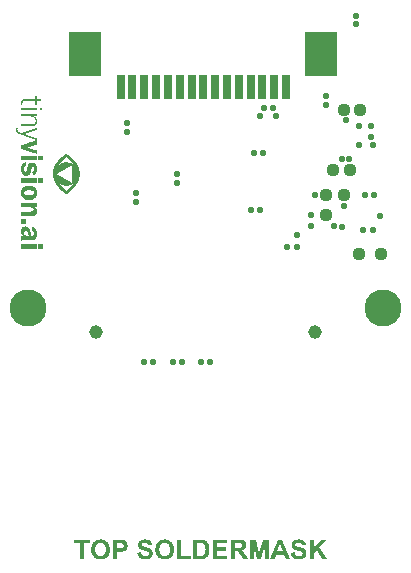
<source format=gts>
G04*
G04 #@! TF.GenerationSoftware,Altium Limited,Altium Designer,22.5.1 (42)*
G04*
G04 Layer_Color=8388736*
%FSLAX25Y25*%
%MOIN*%
G70*
G04*
G04 #@! TF.SameCoordinates,A2539C74-7FEE-43BD-A04A-5197B4AA8E51*
G04*
G04*
G04 #@! TF.FilePolarity,Negative*
G04*
G01*
G75*
%ADD15R,0.02902X0.08374*%
%ADD16R,0.11051X0.14673*%
%ADD17C,0.04437*%
%ADD18C,0.04516*%
%ADD19C,0.12311*%
%ADD20C,0.02200*%
G36*
X2859Y69742D02*
X4104D01*
Y69510D01*
X4133D01*
Y69191D01*
X4162D01*
Y69076D01*
X2859D01*
Y67917D01*
X2309D01*
Y69076D01*
X-1224D01*
Y69047D01*
X-1369D01*
Y69018D01*
X-1455D01*
Y68989D01*
X-1513D01*
Y68960D01*
X-1571D01*
Y68931D01*
X-1629D01*
Y68902D01*
X-1658D01*
Y68873D01*
X-1687D01*
Y68844D01*
X-1716D01*
Y68815D01*
X-1745D01*
Y68786D01*
X-1774D01*
Y68728D01*
X-1803D01*
Y68670D01*
X-1861D01*
Y68612D01*
X-1890D01*
Y68525D01*
X-1919D01*
Y68323D01*
X-1948D01*
Y67975D01*
X-1919D01*
Y67715D01*
X-1890D01*
Y67599D01*
X-2411D01*
Y67831D01*
X-2440D01*
Y68178D01*
X-2469D01*
Y68439D01*
X-2440D01*
Y68699D01*
X-2411D01*
Y68815D01*
X-2382D01*
Y68931D01*
X-2353D01*
Y68989D01*
X-2324D01*
Y69047D01*
X-2295D01*
Y69105D01*
X-2266D01*
Y69162D01*
X-2237D01*
Y69191D01*
X-2208D01*
Y69249D01*
X-2179D01*
Y69278D01*
X-2150D01*
Y69307D01*
X-2121D01*
Y69336D01*
X-2093D01*
Y69365D01*
X-2063D01*
Y69394D01*
X-2035D01*
Y69423D01*
X-1977D01*
Y69452D01*
X-1948D01*
Y69481D01*
X-1890D01*
Y69510D01*
X-1803D01*
Y69539D01*
X-1745D01*
Y69568D01*
X-1687D01*
Y69597D01*
X-1600D01*
Y69626D01*
X-1513D01*
Y69655D01*
X-1369D01*
Y69684D01*
X-1166D01*
Y69713D01*
X2309D01*
Y70726D01*
X2859D01*
Y69742D01*
D02*
G37*
G36*
Y66151D02*
X-2295D01*
Y66788D01*
X2859D01*
Y66151D01*
D02*
G37*
G36*
X4654Y66122D02*
X3872D01*
Y66643D01*
Y66672D01*
Y66846D01*
X4654D01*
Y66122D01*
D02*
G37*
G36*
X2859Y63922D02*
X1961D01*
Y63893D01*
X2019D01*
Y63864D01*
X2077D01*
Y63835D01*
X2106D01*
Y63806D01*
X2164D01*
Y63777D01*
X2193D01*
Y63748D01*
X2251D01*
Y63719D01*
X2280D01*
Y63690D01*
X2309D01*
Y63661D01*
X2366D01*
Y63632D01*
X2396D01*
Y63603D01*
X2424D01*
Y63574D01*
X2453D01*
Y63545D01*
X2482D01*
Y63516D01*
X2511D01*
Y63487D01*
X2540D01*
Y63458D01*
X2569D01*
Y63429D01*
X2598D01*
Y63401D01*
X2627D01*
Y63343D01*
X2656D01*
Y63314D01*
X2685D01*
Y63256D01*
X2714D01*
Y63227D01*
X2743D01*
Y63169D01*
X2772D01*
Y63111D01*
X2830D01*
Y63053D01*
X2859D01*
Y62995D01*
X2888D01*
Y62908D01*
X2917D01*
Y62822D01*
X2946D01*
Y62706D01*
X2975D01*
Y62503D01*
X3004D01*
Y62126D01*
X2975D01*
Y61924D01*
X2946D01*
Y61779D01*
X2917D01*
Y61692D01*
X2888D01*
Y61634D01*
X2859D01*
Y61547D01*
X2830D01*
Y61489D01*
X2772D01*
Y61461D01*
X2743D01*
Y61403D01*
X2714D01*
Y61345D01*
X2685D01*
Y61316D01*
X2656D01*
Y61287D01*
X2627D01*
Y61229D01*
X2598D01*
Y61200D01*
X2569D01*
Y61171D01*
X2540D01*
Y61142D01*
X2511D01*
Y61113D01*
X2453D01*
Y61084D01*
X2424D01*
Y61055D01*
X2396D01*
Y61026D01*
X2366D01*
Y60997D01*
X2309D01*
Y60968D01*
X2251D01*
Y60939D01*
X2222D01*
Y60910D01*
X2164D01*
Y60882D01*
X2077D01*
Y60852D01*
X2019D01*
Y60824D01*
X1932D01*
Y60795D01*
X1816D01*
Y60766D01*
X1701D01*
Y60737D01*
X1498D01*
Y60708D01*
X-2295D01*
Y61316D01*
X1122D01*
Y61345D01*
X1469D01*
Y61374D01*
X1614D01*
Y61403D01*
X1729D01*
Y61432D01*
X1816D01*
Y61461D01*
X1903D01*
Y61489D01*
X1961D01*
Y61519D01*
X2019D01*
Y61547D01*
X2048D01*
Y61576D01*
X2106D01*
Y61605D01*
X2135D01*
Y61634D01*
X2164D01*
Y61663D01*
X2193D01*
Y61692D01*
X2222D01*
Y61721D01*
X2251D01*
Y61750D01*
X2280D01*
Y61808D01*
X2309D01*
Y61837D01*
X2338D01*
Y61895D01*
X2366D01*
Y61982D01*
X2396D01*
Y62069D01*
X2424D01*
Y62300D01*
X2453D01*
Y62416D01*
X2424D01*
Y62648D01*
X2396D01*
Y62764D01*
X2366D01*
Y62850D01*
X2338D01*
Y62937D01*
X2309D01*
Y62995D01*
X2280D01*
Y63053D01*
X2251D01*
Y63082D01*
X2222D01*
Y63140D01*
X2193D01*
Y63169D01*
X2164D01*
Y63227D01*
X2135D01*
Y63256D01*
X2106D01*
Y63285D01*
X2077D01*
Y63314D01*
X2048D01*
Y63343D01*
X2019D01*
Y63401D01*
X1961D01*
Y63429D01*
X1932D01*
Y63458D01*
X1903D01*
Y63487D01*
X1874D01*
Y63516D01*
X1845D01*
Y63545D01*
X1787D01*
Y63574D01*
X1759D01*
Y63603D01*
X1701D01*
Y63632D01*
X1672D01*
Y63661D01*
X1614D01*
Y63690D01*
X1556D01*
Y63719D01*
X1498D01*
Y63748D01*
X1411D01*
Y63777D01*
X1353D01*
Y63806D01*
X1208D01*
Y63835D01*
X1122D01*
Y63864D01*
X977D01*
Y63893D01*
X774D01*
Y63922D01*
X-2295D01*
Y64588D01*
X2859D01*
Y63922D01*
D02*
G37*
G36*
X-3482Y60129D02*
X-3511D01*
Y60013D01*
X-3540D01*
Y59868D01*
X-3569D01*
Y59636D01*
X-3598D01*
Y59521D01*
X-3569D01*
Y59347D01*
X-3540D01*
Y59231D01*
X-3511D01*
Y59173D01*
X-3482D01*
Y59115D01*
X-3453D01*
Y59086D01*
X-3424D01*
Y59057D01*
X-3396D01*
Y58999D01*
X-3338D01*
Y58970D01*
X-3309D01*
Y58942D01*
X-3280D01*
Y58912D01*
X-3251D01*
Y58884D01*
X-3193D01*
Y58855D01*
X-3164D01*
Y58826D01*
X-3135D01*
Y58797D01*
X-3077D01*
Y58768D01*
X-3019D01*
Y58739D01*
X-2961D01*
Y58710D01*
X-2903D01*
Y58681D01*
X-2845D01*
Y58652D01*
X-2787D01*
Y58623D01*
X-2730D01*
Y58594D01*
X-2643D01*
Y58565D01*
X-2585D01*
Y58536D01*
X-2498D01*
Y58507D01*
X-2411D01*
Y58478D01*
X-2353D01*
Y58449D01*
X-2266D01*
Y58420D01*
X-2150D01*
Y58449D01*
X-2063D01*
Y58478D01*
X-1977D01*
Y58507D01*
X-1890D01*
Y58536D01*
X-1774D01*
Y58565D01*
X-1687D01*
Y58594D01*
X-1600D01*
Y58623D01*
X-1513D01*
Y58652D01*
X-1455D01*
Y58681D01*
X-1369D01*
Y58710D01*
X-1282D01*
Y58739D01*
X-1195D01*
Y58768D01*
X-1108D01*
Y58797D01*
X-1021D01*
Y58826D01*
X-934D01*
Y58855D01*
X-847D01*
Y58884D01*
X-761D01*
Y58912D01*
X-674D01*
Y58942D01*
X-616D01*
Y58970D01*
X-529D01*
Y58999D01*
X-442D01*
Y59028D01*
X-355D01*
Y59057D01*
X-239D01*
Y59086D01*
X-153D01*
Y59115D01*
X-66D01*
Y59144D01*
X21D01*
Y59173D01*
X108D01*
Y59202D01*
X195D01*
Y59231D01*
X282D01*
Y59260D01*
X340D01*
Y59289D01*
X427D01*
Y59318D01*
X513D01*
Y59347D01*
X600D01*
Y59376D01*
X687D01*
Y59405D01*
X774D01*
Y59434D01*
X861D01*
Y59463D01*
X948D01*
Y59492D01*
X1035D01*
Y59521D01*
X1122D01*
Y59549D01*
X1179D01*
Y59579D01*
X1295D01*
Y59607D01*
X1382D01*
Y59636D01*
X1469D01*
Y59665D01*
X1556D01*
Y59694D01*
X1643D01*
Y59723D01*
X1729D01*
Y59752D01*
X1816D01*
Y59781D01*
X1903D01*
Y59810D01*
X1990D01*
Y59839D01*
X2077D01*
Y59868D01*
X2135D01*
Y59897D01*
X2222D01*
Y59926D01*
X2309D01*
Y59955D01*
X2396D01*
Y59984D01*
X2482D01*
Y60013D01*
X2569D01*
Y60042D01*
X2656D01*
Y60071D01*
X2743D01*
Y60100D01*
X2859D01*
Y59434D01*
X2743D01*
Y59405D01*
X2656D01*
Y59376D01*
X2569D01*
Y59347D01*
X2482D01*
Y59318D01*
X2396D01*
Y59289D01*
X2309D01*
Y59260D01*
X2222D01*
Y59231D01*
X2135D01*
Y59202D01*
X2048D01*
Y59173D01*
X1961D01*
Y59144D01*
X1874D01*
Y59115D01*
X1787D01*
Y59086D01*
X1701D01*
Y59057D01*
X1614D01*
Y59028D01*
X1527D01*
Y58999D01*
X1440D01*
Y58970D01*
X1353D01*
Y58942D01*
X1237D01*
Y58912D01*
X1150D01*
Y58884D01*
X1064D01*
Y58855D01*
X977D01*
Y58826D01*
X890D01*
Y58797D01*
X803D01*
Y58768D01*
X716D01*
Y58739D01*
X629D01*
Y58710D01*
X542D01*
Y58681D01*
X455D01*
Y58652D01*
X369D01*
Y58623D01*
X282D01*
Y58594D01*
X195D01*
Y58565D01*
X108D01*
Y58536D01*
X21D01*
Y58507D01*
X-66D01*
Y58478D01*
X-153D01*
Y58449D01*
X-239D01*
Y58420D01*
X-355D01*
Y58391D01*
X-442D01*
Y58362D01*
X-529D01*
Y58333D01*
X-616D01*
Y58305D01*
X-703D01*
Y58276D01*
X-790D01*
Y58247D01*
X-876D01*
Y58218D01*
X-963D01*
Y58189D01*
X-1050D01*
Y58160D01*
X-1137D01*
Y58131D01*
X-1224D01*
Y58102D01*
X-1311D01*
Y58073D01*
X-1224D01*
Y58044D01*
X-1137D01*
Y58015D01*
X-1050D01*
Y57986D01*
X-992D01*
Y57957D01*
X-905D01*
Y57928D01*
X-819D01*
Y57899D01*
X-732D01*
Y57870D01*
X-674D01*
Y57841D01*
X-587D01*
Y57812D01*
X-500D01*
Y57783D01*
X-442D01*
Y57754D01*
X-355D01*
Y57725D01*
X-239D01*
Y57696D01*
X-153D01*
Y57667D01*
X-95D01*
Y57639D01*
X-8D01*
Y57610D01*
X79D01*
Y57581D01*
X166D01*
Y57552D01*
X224D01*
Y57523D01*
X311D01*
Y57494D01*
X398D01*
Y57465D01*
X455D01*
Y57436D01*
X542D01*
Y57407D01*
X629D01*
Y57378D01*
X716D01*
Y57349D01*
X774D01*
Y57320D01*
X861D01*
Y57291D01*
X948D01*
Y57262D01*
X1035D01*
Y57233D01*
X1092D01*
Y57204D01*
X1179D01*
Y57175D01*
X1295D01*
Y57146D01*
X1353D01*
Y57117D01*
X1440D01*
Y57088D01*
X1527D01*
Y57060D01*
X1614D01*
Y57030D01*
X1672D01*
Y57002D01*
X1759D01*
Y56973D01*
X1845D01*
Y56944D01*
X1932D01*
Y56915D01*
X1990D01*
Y56886D01*
X2077D01*
Y56857D01*
X2164D01*
Y56828D01*
X2222D01*
Y56799D01*
X2309D01*
Y56770D01*
X2396D01*
Y56741D01*
X2482D01*
Y56712D01*
X2540D01*
Y56683D01*
X2627D01*
Y56654D01*
X2714D01*
Y56625D01*
X2830D01*
Y56596D01*
X2859D01*
Y54483D01*
X2743D01*
Y54453D01*
X2656D01*
Y54425D01*
X2540D01*
Y54396D01*
X2453D01*
Y54367D01*
X2366D01*
Y54338D01*
X2251D01*
Y54309D01*
X2164D01*
Y54280D01*
X2077D01*
Y54251D01*
X1990D01*
Y54222D01*
X1874D01*
Y54193D01*
X1787D01*
Y54164D01*
X1701D01*
Y54135D01*
X1585D01*
Y54106D01*
X1498D01*
Y54077D01*
X1411D01*
Y54048D01*
X1324D01*
Y54019D01*
X1179D01*
Y53990D01*
X1092D01*
Y53961D01*
X1006D01*
Y53932D01*
X890D01*
Y53903D01*
X803D01*
Y53874D01*
X716D01*
Y53846D01*
X629D01*
Y53816D01*
X513D01*
Y53788D01*
X427D01*
Y53759D01*
X340D01*
Y53730D01*
X224D01*
Y53701D01*
X137D01*
Y53672D01*
X50D01*
Y53643D01*
X-37D01*
Y53614D01*
X-153D01*
Y53585D01*
X-239D01*
Y53556D01*
X-355D01*
Y53527D01*
X-239D01*
Y53498D01*
X-153D01*
Y53469D01*
X-37D01*
Y53440D01*
X50D01*
Y53411D01*
X137D01*
Y53382D01*
X224D01*
Y53353D01*
X311D01*
Y53324D01*
X427D01*
Y53295D01*
X513D01*
Y53266D01*
X600D01*
Y53237D01*
X687D01*
Y53209D01*
X803D01*
Y53180D01*
X890D01*
Y53151D01*
X977D01*
Y53122D01*
X1064D01*
Y53093D01*
X1150D01*
Y53064D01*
X1295D01*
Y53035D01*
X1382D01*
Y53006D01*
X1469D01*
Y52977D01*
X1556D01*
Y52948D01*
X1672D01*
Y52919D01*
X1759D01*
Y52890D01*
X1845D01*
Y52861D01*
X1932D01*
Y52832D01*
X2019D01*
Y52803D01*
X2135D01*
Y52774D01*
X2222D01*
Y52745D01*
X2309D01*
Y52716D01*
X2396D01*
Y52687D01*
X2482D01*
Y52658D01*
X2598D01*
Y52629D01*
X2685D01*
Y52600D01*
X2772D01*
Y52571D01*
X2859D01*
Y51413D01*
X2743D01*
Y51471D01*
X2685D01*
Y51500D01*
X2598D01*
Y51529D01*
X2511D01*
Y51558D01*
X2424D01*
Y51587D01*
X2338D01*
Y51616D01*
X2251D01*
Y51645D01*
X2164D01*
Y51674D01*
X2077D01*
Y51703D01*
X1990D01*
Y51732D01*
X1903D01*
Y51761D01*
X1816D01*
Y51790D01*
X1729D01*
Y51819D01*
X1672D01*
Y51848D01*
X1585D01*
Y51877D01*
X1498D01*
Y51906D01*
X1411D01*
Y51934D01*
X1324D01*
Y51963D01*
X1208D01*
Y51992D01*
X1122D01*
Y52021D01*
X1035D01*
Y52050D01*
X948D01*
Y52079D01*
X861D01*
Y52108D01*
X774D01*
Y52137D01*
X687D01*
Y52166D01*
X629D01*
Y52195D01*
X542D01*
Y52224D01*
X455D01*
Y52253D01*
X369D01*
Y52282D01*
X282D01*
Y52311D01*
X195D01*
Y52340D01*
X108D01*
Y52369D01*
X21D01*
Y52398D01*
X-66D01*
Y52427D01*
X-153D01*
Y52456D01*
X-239D01*
Y52485D01*
X-355D01*
Y52514D01*
X-413D01*
Y52543D01*
X-500D01*
Y52571D01*
X-587D01*
Y52600D01*
X-674D01*
Y52629D01*
X-761D01*
Y52658D01*
X-847D01*
Y52687D01*
X-934D01*
Y52716D01*
X-1021D01*
Y52745D01*
X-1108D01*
Y52774D01*
X-1195D01*
Y52803D01*
X-1282D01*
Y52832D01*
X-1369D01*
Y52861D01*
X-1426D01*
Y52890D01*
X-1513D01*
Y52919D01*
X-1600D01*
Y52948D01*
X-1687D01*
Y52977D01*
X-1774D01*
Y53006D01*
X-1890D01*
Y53035D01*
X-1977D01*
Y53064D01*
X-2063D01*
Y53093D01*
X-2150D01*
Y53122D01*
X-2237D01*
Y53151D01*
X-2295D01*
Y54338D01*
X-2266D01*
Y54367D01*
X-2179D01*
Y54396D01*
X-2093D01*
Y54425D01*
X-2006D01*
Y54453D01*
X-1919D01*
Y54483D01*
X-1803D01*
Y54511D01*
X-1745D01*
Y54540D01*
X-1658D01*
Y54569D01*
X-1571D01*
Y54598D01*
X-1484D01*
Y54627D01*
X-1398D01*
Y54656D01*
X-1311D01*
Y54685D01*
X-1224D01*
Y54714D01*
X-1137D01*
Y54743D01*
X-1050D01*
Y54772D01*
X-963D01*
Y54801D01*
X-876D01*
Y54830D01*
X-790D01*
Y54859D01*
X-732D01*
Y54888D01*
X-645D01*
Y54917D01*
X-558D01*
Y54946D01*
X-471D01*
Y54975D01*
X-384D01*
Y55004D01*
X-297D01*
Y55033D01*
X-181D01*
Y55062D01*
X-95D01*
Y55090D01*
X-8D01*
Y55120D01*
X79D01*
Y55148D01*
X166D01*
Y55177D01*
X253D01*
Y55206D01*
X311D01*
Y55235D01*
X398D01*
Y55264D01*
X484D01*
Y55293D01*
X571D01*
Y55322D01*
X658D01*
Y55351D01*
X745D01*
Y55380D01*
X832D01*
Y55409D01*
X919D01*
Y55438D01*
X1006D01*
Y55467D01*
X1092D01*
Y55496D01*
X1179D01*
Y55525D01*
X1295D01*
Y55554D01*
X1353D01*
Y55583D01*
X1440D01*
Y55612D01*
X1527D01*
Y55641D01*
X1614D01*
Y55670D01*
X1701D01*
Y55699D01*
X1787D01*
Y55727D01*
X1874D01*
Y55756D01*
X1961D01*
Y55786D01*
X2048D01*
Y55814D01*
X2135D01*
Y55843D01*
X2222D01*
Y55872D01*
X2309D01*
Y55901D01*
X2366D01*
Y55930D01*
X2453D01*
Y55959D01*
X2540D01*
Y55988D01*
X2627D01*
Y56017D01*
X2714D01*
Y56046D01*
X2656D01*
Y56075D01*
X2569D01*
Y56104D01*
X2511D01*
Y56133D01*
X2424D01*
Y56162D01*
X2338D01*
Y56191D01*
X2251D01*
Y56220D01*
X2193D01*
Y56249D01*
X2106D01*
Y56278D01*
X2019D01*
Y56307D01*
X1961D01*
Y56336D01*
X1874D01*
Y56365D01*
X1787D01*
Y56393D01*
X1701D01*
Y56422D01*
X1643D01*
Y56451D01*
X1556D01*
Y56480D01*
X1469D01*
Y56509D01*
X1411D01*
Y56538D01*
X1324D01*
Y56567D01*
X1208D01*
Y56596D01*
X1122D01*
Y56625D01*
X1064D01*
Y56654D01*
X977D01*
Y56683D01*
X890D01*
Y56712D01*
X832D01*
Y56741D01*
X745D01*
Y56770D01*
X658D01*
Y56799D01*
X571D01*
Y56828D01*
X513D01*
Y56857D01*
X427D01*
Y56886D01*
X340D01*
Y56915D01*
X282D01*
Y56944D01*
X195D01*
Y56973D01*
X108D01*
Y57002D01*
X21D01*
Y57030D01*
X-37D01*
Y57060D01*
X-124D01*
Y57088D01*
X-210D01*
Y57117D01*
X-297D01*
Y57146D01*
X-384D01*
Y57175D01*
X-471D01*
Y57204D01*
X-558D01*
Y57233D01*
X-616D01*
Y57262D01*
X-703D01*
Y57291D01*
X-790D01*
Y57320D01*
X-847D01*
Y57349D01*
X-934D01*
Y57378D01*
X-1021D01*
Y57407D01*
X-1108D01*
Y57436D01*
X-1166D01*
Y57465D01*
X-1253D01*
Y57494D01*
X-1340D01*
Y57523D01*
X-1426D01*
Y57552D01*
X-1484D01*
Y57581D01*
X-1571D01*
Y57610D01*
X-1658D01*
Y57639D01*
X-1716D01*
Y57667D01*
X-1803D01*
Y57696D01*
X-1919D01*
Y57725D01*
X-2006D01*
Y57754D01*
X-2063D01*
Y57783D01*
X-2150D01*
Y57812D01*
X-2237D01*
Y57841D01*
X-2295D01*
Y57870D01*
X-2382D01*
Y57899D01*
X-2469D01*
Y57928D01*
X-2556D01*
Y57957D01*
X-2614D01*
Y57986D01*
X-2701D01*
Y58015D01*
X-2787D01*
Y58044D01*
X-2845D01*
Y58073D01*
X-2932D01*
Y58102D01*
X-2990D01*
Y58131D01*
X-3077D01*
Y58160D01*
X-3135D01*
Y58189D01*
X-3193D01*
Y58218D01*
X-3251D01*
Y58247D01*
X-3309D01*
Y58276D01*
X-3396D01*
Y58305D01*
X-3424D01*
Y58333D01*
X-3482D01*
Y58362D01*
X-3540D01*
Y58391D01*
X-3569D01*
Y58420D01*
X-3598D01*
Y58449D01*
X-3656D01*
Y58478D01*
X-3685D01*
Y58507D01*
X-3714D01*
Y58536D01*
X-3743D01*
Y58565D01*
X-3772D01*
Y58594D01*
X-3801D01*
Y58623D01*
X-3830D01*
Y58681D01*
X-3859D01*
Y58710D01*
X-3888D01*
Y58739D01*
X-3917D01*
Y58797D01*
X-3946D01*
Y58855D01*
X-3975D01*
Y58912D01*
X-4003D01*
Y58970D01*
X-4033D01*
Y59057D01*
X-4061D01*
Y59173D01*
X-4090D01*
Y59347D01*
X-4119D01*
Y59752D01*
X-4090D01*
Y59955D01*
X-4061D01*
Y60071D01*
X-4033D01*
Y60158D01*
X-3482D01*
Y60129D01*
D02*
G37*
G36*
X4799Y49502D02*
Y49473D01*
Y49300D01*
X3264D01*
Y50805D01*
X4799D01*
Y49502D01*
D02*
G37*
G36*
X2859Y49300D02*
X-2295D01*
Y50805D01*
X2859D01*
Y49300D01*
D02*
G37*
G36*
X-847Y48460D02*
X-819D01*
Y48257D01*
X-790D01*
Y48026D01*
X-761D01*
Y47823D01*
X-732D01*
Y47620D01*
X-703D01*
Y47389D01*
X-761D01*
Y47360D01*
X-847D01*
Y47331D01*
X-905D01*
Y47302D01*
X-934D01*
Y47273D01*
X-992D01*
Y47244D01*
X-1021D01*
Y47215D01*
X-1050D01*
Y47186D01*
X-1079D01*
Y47157D01*
X-1108D01*
Y47128D01*
X-1137D01*
Y47099D01*
X-1166D01*
Y47070D01*
X-1195D01*
Y47012D01*
X-1224D01*
Y46954D01*
X-1253D01*
Y46896D01*
X-1282D01*
Y46810D01*
X-1311D01*
Y46694D01*
X-1340D01*
Y46491D01*
X-1369D01*
Y46143D01*
X-1340D01*
Y45970D01*
X-1311D01*
Y45854D01*
X-1282D01*
Y45767D01*
X-1253D01*
Y45709D01*
X-1224D01*
Y45651D01*
X-1195D01*
Y45622D01*
X-1166D01*
Y45593D01*
X-1137D01*
Y45564D01*
X-1108D01*
Y45535D01*
X-1079D01*
Y45507D01*
X-1050D01*
Y45478D01*
X-992D01*
Y45449D01*
X-761D01*
Y45478D01*
X-703D01*
Y45507D01*
X-674D01*
Y45535D01*
X-645D01*
Y45564D01*
X-616D01*
Y45622D01*
X-587D01*
Y45680D01*
X-558D01*
Y45738D01*
X-529D01*
Y45854D01*
X-500D01*
Y45999D01*
X-471D01*
Y46230D01*
X-442D01*
Y46404D01*
X-413D01*
Y46578D01*
X-384D01*
Y46723D01*
X-355D01*
Y46867D01*
X-326D01*
Y47012D01*
X-297D01*
Y47128D01*
X-239D01*
Y47244D01*
X-210D01*
Y47360D01*
X-181D01*
Y47447D01*
X-153D01*
Y47562D01*
X-124D01*
Y47620D01*
X-95D01*
Y47707D01*
X-66D01*
Y47765D01*
X-37D01*
Y47794D01*
X-8D01*
Y47852D01*
X21D01*
Y47881D01*
X50D01*
Y47939D01*
X79D01*
Y47968D01*
X108D01*
Y47997D01*
X137D01*
Y48026D01*
X166D01*
Y48055D01*
X195D01*
Y48083D01*
X224D01*
Y48112D01*
X253D01*
Y48141D01*
X282D01*
Y48170D01*
X311D01*
Y48199D01*
X369D01*
Y48228D01*
X398D01*
Y48257D01*
X455D01*
Y48286D01*
X484D01*
Y48315D01*
X542D01*
Y48344D01*
X600D01*
Y48373D01*
X687D01*
Y48402D01*
X774D01*
Y48431D01*
X861D01*
Y48460D01*
X1035D01*
Y48489D01*
X1469D01*
Y48460D01*
X1643D01*
Y48431D01*
X1759D01*
Y48402D01*
X1845D01*
Y48373D01*
X1903D01*
Y48344D01*
X1961D01*
Y48315D01*
X2019D01*
Y48286D01*
X2077D01*
Y48257D01*
X2106D01*
Y48228D01*
X2164D01*
Y48199D01*
X2193D01*
Y48170D01*
X2251D01*
Y48141D01*
X2280D01*
Y48112D01*
X2309D01*
Y48083D01*
X2338D01*
Y48055D01*
X2366D01*
Y48026D01*
X2396D01*
Y47997D01*
X2424D01*
Y47968D01*
X2453D01*
Y47910D01*
X2482D01*
Y47881D01*
X2511D01*
Y47852D01*
X2540D01*
Y47794D01*
X2569D01*
Y47765D01*
X2598D01*
Y47707D01*
X2627D01*
Y47649D01*
X2656D01*
Y47591D01*
X2685D01*
Y47533D01*
X2714D01*
Y47475D01*
X2743D01*
Y47389D01*
X2772D01*
Y47302D01*
X2830D01*
Y47215D01*
X2859D01*
Y47099D01*
X2888D01*
Y46983D01*
X2917D01*
Y46780D01*
X2946D01*
Y45912D01*
X2917D01*
Y45709D01*
X2888D01*
Y45593D01*
X2859D01*
Y45478D01*
X2830D01*
Y45391D01*
X2772D01*
Y45333D01*
X2743D01*
Y45275D01*
X2714D01*
Y45217D01*
X2685D01*
Y45159D01*
X2656D01*
Y45101D01*
X2627D01*
Y45072D01*
X2598D01*
Y45014D01*
X2569D01*
Y44985D01*
X2540D01*
Y44956D01*
X2511D01*
Y44899D01*
X2482D01*
Y44870D01*
X2453D01*
Y44841D01*
X2424D01*
Y44812D01*
X2396D01*
Y44783D01*
X2366D01*
Y44754D01*
X2338D01*
Y44725D01*
X2280D01*
Y44696D01*
X2251D01*
Y44667D01*
X2222D01*
Y44638D01*
X2164D01*
Y44609D01*
X2135D01*
Y44580D01*
X2077D01*
Y44551D01*
X2048D01*
Y44522D01*
X1990D01*
Y44493D01*
X1932D01*
Y44464D01*
X1874D01*
Y44435D01*
X1816D01*
Y44406D01*
X1759D01*
Y44377D01*
X1672D01*
Y44348D01*
X1585D01*
Y44406D01*
X1556D01*
Y44493D01*
X1527D01*
Y44609D01*
X1498D01*
Y44725D01*
X1469D01*
Y44812D01*
X1440D01*
Y44927D01*
X1411D01*
Y45014D01*
X1382D01*
Y45130D01*
X1353D01*
Y45246D01*
X1324D01*
Y45333D01*
X1295D01*
Y45449D01*
X1353D01*
Y45478D01*
X1440D01*
Y45507D01*
X1498D01*
Y45535D01*
X1556D01*
Y45564D01*
X1585D01*
Y45593D01*
X1643D01*
Y45622D01*
X1672D01*
Y45651D01*
X1701D01*
Y45680D01*
X1729D01*
Y45709D01*
X1759D01*
Y45738D01*
X1787D01*
Y45767D01*
X1816D01*
Y45825D01*
X1845D01*
Y45883D01*
X1874D01*
Y45941D01*
X1903D01*
Y46028D01*
X1932D01*
Y46143D01*
X1961D01*
Y46665D01*
X1932D01*
Y46780D01*
X1903D01*
Y46867D01*
X1874D01*
Y46925D01*
X1845D01*
Y46954D01*
X1816D01*
Y47012D01*
X1787D01*
Y47041D01*
X1759D01*
Y47070D01*
X1701D01*
Y47099D01*
X1643D01*
Y47128D01*
X1411D01*
Y47099D01*
X1353D01*
Y47070D01*
X1324D01*
Y47041D01*
X1295D01*
Y47012D01*
X1237D01*
Y46983D01*
X1208D01*
Y46925D01*
X1179D01*
Y46839D01*
X1150D01*
Y46752D01*
X1122D01*
Y46607D01*
X1092D01*
Y46433D01*
X1064D01*
Y46230D01*
X1035D01*
Y46028D01*
X1006D01*
Y45854D01*
X977D01*
Y45680D01*
X948D01*
Y45535D01*
X919D01*
Y45391D01*
X890D01*
Y45275D01*
X861D01*
Y45159D01*
X832D01*
Y45072D01*
X803D01*
Y45014D01*
X774D01*
Y44927D01*
X745D01*
Y44870D01*
X716D01*
Y44812D01*
X687D01*
Y44754D01*
X658D01*
Y44725D01*
X629D01*
Y44667D01*
X600D01*
Y44638D01*
X571D01*
Y44609D01*
X542D01*
Y44580D01*
X513D01*
Y44522D01*
X484D01*
Y44493D01*
X427D01*
Y44464D01*
X398D01*
Y44435D01*
X369D01*
Y44406D01*
X340D01*
Y44377D01*
X282D01*
Y44348D01*
X253D01*
Y44319D01*
X195D01*
Y44290D01*
X137D01*
Y44262D01*
X79D01*
Y44232D01*
X-8D01*
Y44204D01*
X-95D01*
Y44175D01*
X-210D01*
Y44146D01*
X-442D01*
Y44117D01*
X-819D01*
Y44146D01*
X-1021D01*
Y44175D01*
X-1137D01*
Y44204D01*
X-1224D01*
Y44232D01*
X-1282D01*
Y44262D01*
X-1340D01*
Y44290D01*
X-1398D01*
Y44319D01*
X-1455D01*
Y44348D01*
X-1513D01*
Y44377D01*
X-1542D01*
Y44406D01*
X-1600D01*
Y44435D01*
X-1629D01*
Y44464D01*
X-1658D01*
Y44493D01*
X-1716D01*
Y44522D01*
X-1745D01*
Y44551D01*
X-1774D01*
Y44580D01*
X-1803D01*
Y44609D01*
X-1861D01*
Y44667D01*
X-1890D01*
Y44696D01*
X-1919D01*
Y44725D01*
X-1948D01*
Y44754D01*
X-1977D01*
Y44812D01*
X-2006D01*
Y44841D01*
X-2035D01*
Y44899D01*
X-2063D01*
Y44927D01*
X-2093D01*
Y44985D01*
X-2121D01*
Y45043D01*
X-2150D01*
Y45101D01*
X-2179D01*
Y45188D01*
X-2208D01*
Y45246D01*
X-2237D01*
Y45333D01*
X-2266D01*
Y45420D01*
X-2295D01*
Y45478D01*
Y45507D01*
Y45535D01*
X-2324D01*
Y45651D01*
X-2353D01*
Y45825D01*
X-2382D01*
Y46115D01*
X-2411D01*
Y46723D01*
X-2382D01*
Y46983D01*
X-2353D01*
Y47157D01*
X-2324D01*
Y47273D01*
X-2295D01*
Y47389D01*
X-2266D01*
Y47475D01*
X-2237D01*
Y47533D01*
X-2208D01*
Y47620D01*
X-2179D01*
Y47678D01*
X-2150D01*
Y47736D01*
X-2121D01*
Y47794D01*
X-2093D01*
Y47823D01*
X-2063D01*
Y47881D01*
X-2035D01*
Y47939D01*
X-2006D01*
Y47968D01*
X-1977D01*
Y47997D01*
X-1948D01*
Y48055D01*
X-1919D01*
Y48083D01*
X-1890D01*
Y48112D01*
X-1861D01*
Y48141D01*
X-1803D01*
Y48170D01*
X-1774D01*
Y48199D01*
X-1745D01*
Y48228D01*
X-1716D01*
Y48257D01*
X-1687D01*
Y48286D01*
X-1658D01*
Y48315D01*
X-1629D01*
Y48344D01*
X-1600D01*
Y48373D01*
X-1571D01*
Y48402D01*
X-1513D01*
Y48431D01*
X-1484D01*
Y48460D01*
X-1426D01*
Y48489D01*
X-1369D01*
Y48518D01*
X-1311D01*
Y48547D01*
X-1253D01*
Y48576D01*
X-1195D01*
Y48605D01*
X-1108D01*
Y48634D01*
X-992D01*
Y48663D01*
X-847D01*
Y48460D01*
D02*
G37*
G36*
X4799Y41800D02*
X3264D01*
Y42698D01*
Y42727D01*
Y43306D01*
X4799D01*
Y41800D01*
D02*
G37*
G36*
X2859D02*
X-2295D01*
Y43306D01*
X2859D01*
Y41800D01*
D02*
G37*
G36*
X12761Y51471D02*
X12790D01*
Y51413D01*
X12848D01*
Y51384D01*
X12877D01*
Y51355D01*
X12935D01*
Y51326D01*
X12993D01*
Y51297D01*
X13022D01*
Y51269D01*
X13080D01*
Y51240D01*
X13109D01*
Y51211D01*
X13167D01*
Y51182D01*
X13196D01*
Y51153D01*
X13225D01*
Y51124D01*
X13282D01*
Y51095D01*
X13311D01*
Y51066D01*
X13369D01*
Y51037D01*
X13398D01*
Y51008D01*
X13427D01*
Y50979D01*
X13485D01*
Y50950D01*
X13514D01*
Y50921D01*
X13543D01*
Y50892D01*
X13601D01*
Y50863D01*
X13659D01*
Y50834D01*
X13688D01*
Y50805D01*
X13717D01*
Y50776D01*
X13775D01*
Y50747D01*
X13804D01*
Y50718D01*
X13833D01*
Y50689D01*
X13861D01*
Y50661D01*
X13919D01*
Y50631D01*
X13948D01*
Y50603D01*
X13977D01*
Y50574D01*
X14006D01*
Y50545D01*
X14035D01*
Y50516D01*
X14064D01*
Y50487D01*
X14122D01*
Y50458D01*
X14151D01*
Y50429D01*
X14180D01*
Y50400D01*
X14209D01*
Y50371D01*
X14238D01*
Y50342D01*
X14267D01*
Y50313D01*
X14296D01*
Y50284D01*
X14325D01*
Y50255D01*
X14383D01*
Y50226D01*
X14412D01*
Y50197D01*
X14441D01*
Y50168D01*
X14470D01*
Y50139D01*
X14499D01*
Y50110D01*
X14527D01*
Y50081D01*
X14557D01*
Y50052D01*
X14585D01*
Y50024D01*
X14614D01*
Y49995D01*
X14643D01*
Y49966D01*
X14672D01*
Y49937D01*
X14701D01*
Y49908D01*
X14730D01*
Y49879D01*
X14759D01*
Y49850D01*
X14788D01*
Y49821D01*
X14817D01*
Y49792D01*
X14846D01*
Y49763D01*
X14875D01*
Y49734D01*
X14904D01*
Y49705D01*
X14933D01*
Y49676D01*
X14962D01*
Y49647D01*
X14991D01*
Y49618D01*
X15020D01*
Y49589D01*
X15049D01*
Y49531D01*
X15078D01*
Y49502D01*
X15107D01*
Y49473D01*
X15136D01*
Y49444D01*
X15165D01*
Y49415D01*
X15222D01*
Y49387D01*
X15251D01*
Y49358D01*
X15280D01*
Y49329D01*
X15309D01*
Y49271D01*
X15338D01*
Y49242D01*
X15367D01*
Y49213D01*
X15396D01*
Y49184D01*
X15425D01*
Y49155D01*
X15454D01*
Y49097D01*
X15483D01*
Y49068D01*
X15512D01*
Y49039D01*
X15541D01*
Y49010D01*
X15570D01*
Y48952D01*
X15599D01*
Y48923D01*
X15628D01*
Y48894D01*
X15657D01*
Y48865D01*
X15686D01*
Y48807D01*
X15715D01*
Y48778D01*
X15744D01*
Y48750D01*
X15773D01*
Y48692D01*
X15801D01*
Y48663D01*
X15830D01*
Y48605D01*
X15859D01*
Y48576D01*
X15888D01*
Y48547D01*
X15917D01*
Y48489D01*
X15946D01*
Y48460D01*
X15975D01*
Y48402D01*
X16004D01*
Y48373D01*
X16033D01*
Y48315D01*
X16062D01*
Y48286D01*
X16091D01*
Y48228D01*
X16120D01*
Y48170D01*
X16149D01*
Y48141D01*
X16178D01*
Y48083D01*
X16207D01*
Y48055D01*
X16236D01*
Y47997D01*
X16265D01*
Y47939D01*
X16294D01*
Y47881D01*
X16323D01*
Y47852D01*
X16352D01*
Y47794D01*
X16381D01*
Y47736D01*
X16409D01*
Y47678D01*
X16439D01*
Y47620D01*
X16467D01*
Y47562D01*
X16496D01*
Y47504D01*
X16525D01*
Y47447D01*
X16554D01*
Y47389D01*
X16583D01*
Y47331D01*
X16612D01*
Y47273D01*
X16641D01*
Y47186D01*
X16670D01*
Y47128D01*
X16699D01*
Y47070D01*
X16757D01*
Y46983D01*
X16786D01*
Y46925D01*
X16815D01*
Y46839D01*
X16844D01*
Y46752D01*
X16873D01*
Y46665D01*
X16902D01*
Y46578D01*
X16931D01*
Y46491D01*
X16960D01*
Y46404D01*
X16989D01*
Y46288D01*
X17018D01*
Y46172D01*
X17047D01*
Y46057D01*
X17075D01*
Y45912D01*
X17104D01*
Y45767D01*
X17133D01*
Y45593D01*
X17162D01*
Y45420D01*
X17191D01*
Y44262D01*
X17162D01*
Y43943D01*
X17133D01*
Y43769D01*
X17104D01*
Y43624D01*
X17075D01*
Y43480D01*
X17047D01*
Y43364D01*
X17018D01*
Y43248D01*
X16989D01*
Y43161D01*
X16960D01*
Y43045D01*
X16931D01*
Y42959D01*
X16902D01*
Y42872D01*
X16873D01*
Y42785D01*
X16844D01*
Y42727D01*
X16815D01*
Y42640D01*
X16786D01*
Y42553D01*
X16757D01*
Y42495D01*
X16699D01*
Y42437D01*
X16670D01*
Y42351D01*
X16641D01*
Y42293D01*
X16612D01*
Y42235D01*
X16583D01*
Y42177D01*
X16554D01*
Y42090D01*
X16525D01*
Y42032D01*
X16496D01*
Y41974D01*
X16467D01*
Y41945D01*
X16439D01*
Y41887D01*
X16409D01*
Y41829D01*
X16381D01*
Y41771D01*
X16352D01*
Y41714D01*
X16323D01*
Y41656D01*
X16294D01*
Y41627D01*
X16265D01*
Y41569D01*
X16236D01*
Y41511D01*
X16207D01*
Y41482D01*
X16178D01*
Y41424D01*
X16149D01*
Y41366D01*
X16120D01*
Y41337D01*
X16091D01*
Y41279D01*
X16062D01*
Y41250D01*
X16033D01*
Y41192D01*
X16004D01*
Y41163D01*
X15975D01*
Y41105D01*
X15946D01*
Y41076D01*
X15917D01*
Y41019D01*
X15888D01*
Y40990D01*
X15859D01*
Y40932D01*
X15830D01*
Y40903D01*
X15801D01*
Y40845D01*
X15773D01*
Y40816D01*
X15744D01*
Y40787D01*
X15715D01*
Y40729D01*
X15686D01*
Y40700D01*
X15657D01*
Y40671D01*
X15628D01*
Y40613D01*
X15599D01*
Y40584D01*
X15570D01*
Y40555D01*
X15541D01*
Y40526D01*
X15512D01*
Y40468D01*
X15483D01*
Y40439D01*
X15454D01*
Y40411D01*
X15425D01*
Y40382D01*
X15396D01*
Y40324D01*
X15367D01*
Y40295D01*
X15338D01*
Y40266D01*
X15309D01*
Y40237D01*
X15280D01*
Y40208D01*
X15251D01*
Y40179D01*
X15222D01*
Y40121D01*
X15165D01*
Y40092D01*
X15136D01*
Y40063D01*
X15107D01*
Y40034D01*
X15078D01*
Y40005D01*
X15049D01*
Y39976D01*
X15020D01*
Y39947D01*
X14991D01*
Y39918D01*
X14962D01*
Y39889D01*
X14933D01*
Y39831D01*
X14904D01*
Y39803D01*
X14875D01*
Y39773D01*
X14846D01*
Y39744D01*
X14817D01*
Y39716D01*
X14788D01*
Y39687D01*
X14759D01*
Y39658D01*
X14730D01*
Y39629D01*
X14701D01*
Y39600D01*
X14672D01*
Y39571D01*
X14643D01*
Y39542D01*
X14614D01*
Y39513D01*
X14585D01*
Y39484D01*
X14557D01*
Y39455D01*
X14527D01*
Y39426D01*
X14499D01*
Y39397D01*
X14470D01*
Y39368D01*
X14441D01*
Y39339D01*
X14412D01*
Y39310D01*
X14383D01*
Y39281D01*
X14354D01*
Y39252D01*
X14325D01*
Y39223D01*
X14296D01*
Y39194D01*
X14238D01*
Y39165D01*
X14209D01*
Y39136D01*
X14180D01*
Y39107D01*
X14151D01*
Y39079D01*
X14122D01*
Y39050D01*
X14093D01*
Y39021D01*
X14064D01*
Y38992D01*
X14035D01*
Y38963D01*
X14006D01*
Y38934D01*
X13977D01*
Y38905D01*
X13919D01*
Y38876D01*
X13891D01*
Y38847D01*
X13861D01*
Y38818D01*
X13833D01*
Y38789D01*
X13804D01*
Y38760D01*
X13775D01*
Y38731D01*
X13746D01*
Y38702D01*
X13688D01*
Y38673D01*
X13659D01*
Y38644D01*
X13601D01*
Y38615D01*
X13572D01*
Y38557D01*
X13543D01*
Y38528D01*
X13485D01*
Y38500D01*
X13456D01*
Y38471D01*
X13427D01*
Y38442D01*
X13398D01*
Y38413D01*
X13340D01*
Y38384D01*
X13311D01*
Y38355D01*
X13282D01*
Y38326D01*
X13253D01*
Y38297D01*
X13196D01*
Y38268D01*
X13167D01*
Y38239D01*
X13138D01*
Y38210D01*
X13109D01*
Y38181D01*
X13051D01*
Y38152D01*
X13022D01*
Y38123D01*
X12993D01*
Y38094D01*
X12964D01*
Y38065D01*
X12906D01*
Y38036D01*
X12877D01*
Y38007D01*
X12848D01*
Y37978D01*
X12790D01*
Y37949D01*
X12761D01*
Y37920D01*
X12703D01*
Y37949D01*
X12674D01*
Y37978D01*
X12617D01*
Y38007D01*
X12587D01*
Y38036D01*
X12530D01*
Y38065D01*
X12501D01*
Y38094D01*
X12472D01*
Y38123D01*
X12414D01*
Y38152D01*
X12385D01*
Y38181D01*
X12327D01*
Y38210D01*
X12298D01*
Y38239D01*
X12269D01*
Y38268D01*
X12211D01*
Y38297D01*
X12182D01*
Y38326D01*
X12153D01*
Y38355D01*
X12066D01*
Y38384D01*
X12037D01*
Y38413D01*
X12008D01*
Y38442D01*
X11951D01*
Y38471D01*
X11922D01*
Y38500D01*
X11893D01*
Y38528D01*
X11864D01*
Y38557D01*
X11806D01*
Y38615D01*
X11777D01*
Y38644D01*
X11748D01*
Y38673D01*
X11719D01*
Y38702D01*
X11690D01*
Y38731D01*
X11632D01*
Y38760D01*
X11603D01*
Y38789D01*
X11574D01*
Y38818D01*
X11545D01*
Y38847D01*
X11516D01*
Y38876D01*
X11487D01*
Y38905D01*
X11429D01*
Y38934D01*
X11400D01*
Y38963D01*
X11371D01*
Y38992D01*
X11343D01*
Y39021D01*
X11314D01*
Y39050D01*
X11285D01*
Y39079D01*
X11256D01*
Y39107D01*
X11227D01*
Y39136D01*
X11198D01*
Y39165D01*
X11169D01*
Y39194D01*
X11140D01*
Y39223D01*
X11082D01*
Y39252D01*
X11053D01*
Y39281D01*
X11024D01*
Y39310D01*
X10995D01*
Y39339D01*
X10966D01*
Y39368D01*
X10937D01*
Y39397D01*
X10908D01*
Y39426D01*
X10879D01*
Y39455D01*
X10850D01*
Y39484D01*
X10821D01*
Y39513D01*
X10792D01*
Y39542D01*
X10763D01*
Y39571D01*
X10734D01*
Y39600D01*
X10706D01*
Y39629D01*
X10677D01*
Y39658D01*
X10648D01*
Y39716D01*
X10619D01*
Y39744D01*
X10590D01*
Y39773D01*
X10532D01*
Y39803D01*
X10503D01*
Y39831D01*
X10474D01*
Y39860D01*
X10445D01*
Y39889D01*
X10416D01*
Y39918D01*
X10387D01*
Y39947D01*
X10358D01*
Y39976D01*
X10329D01*
Y40005D01*
X10300D01*
Y40063D01*
X10271D01*
Y40092D01*
X10242D01*
Y40121D01*
X10213D01*
Y40150D01*
X10184D01*
Y40179D01*
X10155D01*
Y40208D01*
X10126D01*
Y40266D01*
X10097D01*
Y40295D01*
X10069D01*
Y40324D01*
X10040D01*
Y40353D01*
X10011D01*
Y40382D01*
X9982D01*
Y40439D01*
X9953D01*
Y40468D01*
X9924D01*
Y40497D01*
X9895D01*
Y40555D01*
X9866D01*
Y40584D01*
X9837D01*
Y40613D01*
X9808D01*
Y40642D01*
X9779D01*
Y40700D01*
X9750D01*
Y40729D01*
X9721D01*
Y40758D01*
X9692D01*
Y40816D01*
X9663D01*
Y40845D01*
X9634D01*
Y40903D01*
X9605D01*
Y40932D01*
X9576D01*
Y40961D01*
X9547D01*
Y41019D01*
X9518D01*
Y41047D01*
X9489D01*
Y41105D01*
X9460D01*
Y41134D01*
X9431D01*
Y41192D01*
X9403D01*
Y41221D01*
X9374D01*
Y41279D01*
X9345D01*
Y41308D01*
X9316D01*
Y41366D01*
X9287D01*
Y41424D01*
X9258D01*
Y41453D01*
X9229D01*
Y41511D01*
X9200D01*
Y41569D01*
X9171D01*
Y41598D01*
X9142D01*
Y41656D01*
X9113D01*
Y41714D01*
X9084D01*
Y41771D01*
X9055D01*
Y41800D01*
X9026D01*
Y41858D01*
X8968D01*
Y41916D01*
X8939D01*
Y41974D01*
X8910D01*
Y42032D01*
X8881D01*
Y42090D01*
X8852D01*
Y42148D01*
X8823D01*
Y42206D01*
X8794D01*
Y42264D01*
X8766D01*
Y42351D01*
X8737D01*
Y42408D01*
X8708D01*
Y42466D01*
X8679D01*
Y42524D01*
X8650D01*
Y42611D01*
X8621D01*
Y42669D01*
X8592D01*
Y42756D01*
X8563D01*
Y42843D01*
X8534D01*
Y42930D01*
X8505D01*
Y43016D01*
X8476D01*
Y43103D01*
X8447D01*
Y43190D01*
X8418D01*
Y43277D01*
X8389D01*
Y43393D01*
X8360D01*
Y43509D01*
X8331D01*
Y43624D01*
X8302D01*
Y43769D01*
X8273D01*
Y43914D01*
X8244D01*
Y44117D01*
X8215D01*
Y44377D01*
X8186D01*
Y45420D01*
X8215D01*
Y45680D01*
X8244D01*
Y45854D01*
X8273D01*
Y45999D01*
X8302D01*
Y46143D01*
X8331D01*
Y46259D01*
X8360D01*
Y46375D01*
X8389D01*
Y46462D01*
X8418D01*
Y46578D01*
X8447D01*
Y46665D01*
X8476D01*
Y46752D01*
X8505D01*
Y46839D01*
X8534D01*
Y46896D01*
X8563D01*
Y46983D01*
X8592D01*
Y47041D01*
X8621D01*
Y47128D01*
X8650D01*
Y47186D01*
X8679D01*
Y47244D01*
X8708D01*
Y47331D01*
X8737D01*
Y47389D01*
X8766D01*
Y47447D01*
X8794D01*
Y47504D01*
X8823D01*
Y47562D01*
X8852D01*
Y47620D01*
X8881D01*
Y47678D01*
X8910D01*
Y47736D01*
X8939D01*
Y47765D01*
X8968D01*
Y47823D01*
X9026D01*
Y47881D01*
X9055D01*
Y47939D01*
X9084D01*
Y47968D01*
X9113D01*
Y48026D01*
X9142D01*
Y48083D01*
X9171D01*
Y48112D01*
X9200D01*
Y48170D01*
X9229D01*
Y48199D01*
X9258D01*
Y48257D01*
X9287D01*
Y48286D01*
X9316D01*
Y48344D01*
X9345D01*
Y48373D01*
X9374D01*
Y48431D01*
X9403D01*
Y48460D01*
X9431D01*
Y48518D01*
X9460D01*
Y48547D01*
X9489D01*
Y48576D01*
X9518D01*
Y48634D01*
X9547D01*
Y48663D01*
X9576D01*
Y48692D01*
X9605D01*
Y48750D01*
X9634D01*
Y48778D01*
X9663D01*
Y48807D01*
X9692D01*
Y48865D01*
X9721D01*
Y48894D01*
X9750D01*
Y48923D01*
X9779D01*
Y48952D01*
X9808D01*
Y49010D01*
X9837D01*
Y49039D01*
X9866D01*
Y49068D01*
X9895D01*
Y49097D01*
X9924D01*
Y49126D01*
X9953D01*
Y49155D01*
X9982D01*
Y49213D01*
X10011D01*
Y49242D01*
X10040D01*
Y49271D01*
X10069D01*
Y49300D01*
X10097D01*
Y49329D01*
X10126D01*
Y49358D01*
X10155D01*
Y49387D01*
X10184D01*
Y49415D01*
X10213D01*
Y49444D01*
X10242D01*
Y49502D01*
X10271D01*
Y49531D01*
X10300D01*
Y49560D01*
X10329D01*
Y49589D01*
X10358D01*
Y49618D01*
X10387D01*
Y49647D01*
X10416D01*
Y49676D01*
X10445D01*
Y49705D01*
X10474D01*
Y49734D01*
X10503D01*
Y49763D01*
X10532D01*
Y49792D01*
X10590D01*
Y49821D01*
X10619D01*
Y49850D01*
X10648D01*
Y49879D01*
X10677D01*
Y49908D01*
X10706D01*
Y49937D01*
X10734D01*
Y49966D01*
X10792D01*
Y49995D01*
X10821D01*
Y50024D01*
X10850D01*
Y50052D01*
X10879D01*
Y50081D01*
X10908D01*
Y50110D01*
X10937D01*
Y50139D01*
X10966D01*
Y50168D01*
X10995D01*
Y50197D01*
X11024D01*
Y50226D01*
X11053D01*
Y50255D01*
X11111D01*
Y50284D01*
X11140D01*
Y50313D01*
X11169D01*
Y50342D01*
X11198D01*
Y50371D01*
X11227D01*
Y50400D01*
X11256D01*
Y50429D01*
X11285D01*
Y50458D01*
X11343D01*
Y50487D01*
X11371D01*
Y50516D01*
X11400D01*
Y50545D01*
X11429D01*
Y50574D01*
X11487D01*
Y50603D01*
X11516D01*
Y50631D01*
X11545D01*
Y50661D01*
X11574D01*
Y50689D01*
X11603D01*
Y50718D01*
X11661D01*
Y50747D01*
X11690D01*
Y50776D01*
X11719D01*
Y50805D01*
X11777D01*
Y50834D01*
X11806D01*
Y50863D01*
X11835D01*
Y50892D01*
X11864D01*
Y50921D01*
X11922D01*
Y50950D01*
X11951D01*
Y50979D01*
X11980D01*
Y51008D01*
X12037D01*
Y51037D01*
X12066D01*
Y51066D01*
X12124D01*
Y51095D01*
X12182D01*
Y51124D01*
X12211D01*
Y51153D01*
X12269D01*
Y51182D01*
X12298D01*
Y51211D01*
X12327D01*
Y51240D01*
X12385D01*
Y51269D01*
X12414D01*
Y51297D01*
X12443D01*
Y51326D01*
X12501D01*
Y51355D01*
X12530D01*
Y51384D01*
X12587D01*
Y51413D01*
X12617D01*
Y51471D01*
X12674D01*
Y51500D01*
X12761D01*
Y51471D01*
D02*
G37*
G36*
X571Y40874D02*
X832D01*
Y40845D01*
X1006D01*
Y40816D01*
X1122D01*
Y40787D01*
X1237D01*
Y40758D01*
X1353D01*
Y40729D01*
X1440D01*
Y40700D01*
X1498D01*
Y40671D01*
X1585D01*
Y40642D01*
X1643D01*
Y40613D01*
X1701D01*
Y40584D01*
X1759D01*
Y40555D01*
X1816D01*
Y40526D01*
X1845D01*
Y40497D01*
X1903D01*
Y40468D01*
X1961D01*
Y40439D01*
X1990D01*
Y40411D01*
X2019D01*
Y40382D01*
X2077D01*
Y40353D01*
X2106D01*
Y40324D01*
X2135D01*
Y40295D01*
X2164D01*
Y40266D01*
X2193D01*
Y40237D01*
X2251D01*
Y40208D01*
X2280D01*
Y40179D01*
X2309D01*
Y40150D01*
X2338D01*
Y40092D01*
X2366D01*
Y40063D01*
X2396D01*
Y40034D01*
X2424D01*
Y40005D01*
X2453D01*
Y39976D01*
X2482D01*
Y39918D01*
X2511D01*
Y39889D01*
X2540D01*
Y39831D01*
X2569D01*
Y39803D01*
X2598D01*
Y39744D01*
X2627D01*
Y39687D01*
X2656D01*
Y39658D01*
X2685D01*
Y39600D01*
X2714D01*
Y39513D01*
X2743D01*
Y39455D01*
X2772D01*
Y39368D01*
X2830D01*
Y39281D01*
X2859D01*
Y39194D01*
X2888D01*
Y39079D01*
X2917D01*
Y38905D01*
X2946D01*
Y38094D01*
X2917D01*
Y37920D01*
X2888D01*
Y37776D01*
X2859D01*
Y37689D01*
X2830D01*
Y37602D01*
X2772D01*
Y37515D01*
X2743D01*
Y37457D01*
X2714D01*
Y37370D01*
X2685D01*
Y37312D01*
X2656D01*
Y37254D01*
X2627D01*
Y37225D01*
X2598D01*
Y37168D01*
X2569D01*
Y37110D01*
X2540D01*
Y37081D01*
X2511D01*
Y37023D01*
X2482D01*
Y36994D01*
X2453D01*
Y36965D01*
X2424D01*
Y36907D01*
X2396D01*
Y36878D01*
X2366D01*
Y36849D01*
X2338D01*
Y36820D01*
X2309D01*
Y36791D01*
X2280D01*
Y36762D01*
X2251D01*
Y36733D01*
X2222D01*
Y36704D01*
X2193D01*
Y36675D01*
X2164D01*
Y36646D01*
X2135D01*
Y36617D01*
X2077D01*
Y36588D01*
X2048D01*
Y36560D01*
X2019D01*
Y36531D01*
X1961D01*
Y36502D01*
X1932D01*
Y36473D01*
X1874D01*
Y36444D01*
X1845D01*
Y36415D01*
X1787D01*
Y36386D01*
X1729D01*
Y36357D01*
X1672D01*
Y36328D01*
X1614D01*
Y36299D01*
X1556D01*
Y36270D01*
X1498D01*
Y36241D01*
X1411D01*
Y36212D01*
X1324D01*
Y36183D01*
X1208D01*
Y36154D01*
X1122D01*
Y36125D01*
X977D01*
Y36096D01*
X832D01*
Y36067D01*
X600D01*
Y36038D01*
X-66D01*
Y36067D01*
X-326D01*
Y36096D01*
X-471D01*
Y36125D01*
X-587D01*
Y36154D01*
X-703D01*
Y36183D01*
X-790D01*
Y36212D01*
X-847D01*
Y36241D01*
X-934D01*
Y36270D01*
X-992D01*
Y36299D01*
X-1050D01*
Y36328D01*
X-1108D01*
Y36357D01*
X-1166D01*
Y36386D01*
X-1224D01*
Y36415D01*
X-1282D01*
Y36444D01*
X-1311D01*
Y36473D01*
X-1369D01*
Y36502D01*
X-1398D01*
Y36531D01*
X-1455D01*
Y36560D01*
X-1484D01*
Y36588D01*
X-1513D01*
Y36617D01*
X-1571D01*
Y36646D01*
X-1600D01*
Y36675D01*
X-1629D01*
Y36704D01*
X-1658D01*
Y36733D01*
X-1687D01*
Y36762D01*
X-1716D01*
Y36791D01*
X-1745D01*
Y36820D01*
X-1774D01*
Y36849D01*
X-1803D01*
Y36878D01*
X-1861D01*
Y36907D01*
X-1890D01*
Y36965D01*
X-1919D01*
Y36994D01*
X-1948D01*
Y37023D01*
X-1977D01*
Y37081D01*
X-2006D01*
Y37110D01*
X-2035D01*
Y37168D01*
X-2063D01*
Y37197D01*
X-2093D01*
Y37254D01*
X-2121D01*
Y37312D01*
X-2150D01*
Y37370D01*
X-2179D01*
Y37428D01*
X-2208D01*
Y37486D01*
X-2237D01*
Y37573D01*
X-2266D01*
Y37660D01*
X-2295D01*
Y37747D01*
X-2324D01*
Y37863D01*
X-2353D01*
Y38007D01*
X-2382D01*
Y38239D01*
X-2411D01*
Y38789D01*
X-2382D01*
Y39021D01*
X-2353D01*
Y39165D01*
X-2324D01*
Y39252D01*
X-2295D01*
Y39368D01*
X-2266D01*
Y39426D01*
X-2237D01*
Y39513D01*
X-2208D01*
Y39571D01*
X-2179D01*
Y39629D01*
X-2150D01*
Y39687D01*
X-2121D01*
Y39744D01*
X-2093D01*
Y39773D01*
X-2063D01*
Y39831D01*
X-2035D01*
Y39860D01*
X-2006D01*
Y39918D01*
X-1977D01*
Y39947D01*
X-1948D01*
Y39976D01*
X-1919D01*
Y40005D01*
X-1890D01*
Y40063D01*
X-1861D01*
Y40092D01*
X-1803D01*
Y40121D01*
X-1774D01*
Y40150D01*
X-1745D01*
Y40179D01*
X-1716D01*
Y40208D01*
X-1687D01*
Y40237D01*
X-1658D01*
Y40266D01*
X-1600D01*
Y40295D01*
X-1571D01*
Y40324D01*
X-1542D01*
Y40353D01*
X-1513D01*
Y40382D01*
X-1455D01*
Y40411D01*
X-1426D01*
Y40439D01*
X-1369D01*
Y40468D01*
X-1340D01*
Y40497D01*
X-1282D01*
Y40526D01*
X-1253D01*
Y40555D01*
X-1195D01*
Y40584D01*
X-1137D01*
Y40613D01*
X-1079D01*
Y40642D01*
X-1021D01*
Y40671D01*
X-934D01*
Y40700D01*
X-876D01*
Y40729D01*
X-790D01*
Y40758D01*
X-703D01*
Y40787D01*
X-587D01*
Y40816D01*
X-471D01*
Y40845D01*
X-297D01*
Y40874D01*
X21D01*
Y40903D01*
X571D01*
Y40874D01*
D02*
G37*
G36*
X2859Y33751D02*
X2048D01*
Y33722D01*
X2077D01*
Y33693D01*
X2135D01*
Y33664D01*
X2164D01*
Y33635D01*
X2222D01*
Y33606D01*
X2251D01*
Y33577D01*
X2309D01*
Y33548D01*
X2338D01*
Y33519D01*
X2396D01*
Y33490D01*
X2424D01*
Y33461D01*
X2453D01*
Y33432D01*
X2482D01*
Y33404D01*
X2511D01*
Y33375D01*
X2540D01*
Y33345D01*
X2569D01*
Y33317D01*
X2598D01*
Y33288D01*
X2627D01*
Y33259D01*
X2656D01*
Y33230D01*
X2685D01*
Y33172D01*
X2714D01*
Y33143D01*
X2743D01*
Y33085D01*
X2772D01*
Y33027D01*
X2830D01*
Y32969D01*
X2859D01*
Y32911D01*
X2888D01*
Y32795D01*
X2917D01*
Y32651D01*
X2946D01*
Y31956D01*
X2917D01*
Y31811D01*
X2888D01*
Y31695D01*
X2859D01*
Y31637D01*
X2830D01*
Y31550D01*
X2772D01*
Y31492D01*
X2743D01*
Y31435D01*
X2714D01*
Y31377D01*
X2685D01*
Y31348D01*
X2656D01*
Y31290D01*
X2627D01*
Y31261D01*
X2598D01*
Y31232D01*
X2569D01*
Y31203D01*
X2540D01*
Y31174D01*
X2511D01*
Y31145D01*
X2482D01*
Y31116D01*
X2453D01*
Y31087D01*
X2424D01*
Y31058D01*
X2366D01*
Y31029D01*
X2338D01*
Y31000D01*
X2280D01*
Y30971D01*
X2222D01*
Y30942D01*
X2164D01*
Y30913D01*
X2106D01*
Y30884D01*
X2019D01*
Y30856D01*
X1932D01*
Y30827D01*
X1787D01*
Y30797D01*
X1614D01*
Y30769D01*
X1179D01*
Y30740D01*
X-2295D01*
Y32245D01*
X948D01*
Y32274D01*
X1237D01*
Y32303D01*
X1353D01*
Y32332D01*
X1411D01*
Y32361D01*
X1469D01*
Y32390D01*
X1527D01*
Y32419D01*
X1556D01*
Y32448D01*
X1585D01*
Y32477D01*
X1614D01*
Y32506D01*
X1643D01*
Y32535D01*
X1672D01*
Y32593D01*
X1701D01*
Y32680D01*
X1729D01*
Y32795D01*
X1759D01*
Y32940D01*
X1729D01*
Y33085D01*
X1701D01*
Y33172D01*
X1672D01*
Y33230D01*
X1643D01*
Y33259D01*
X1614D01*
Y33317D01*
X1585D01*
Y33345D01*
X1556D01*
Y33375D01*
X1527D01*
Y33404D01*
X1469D01*
Y33432D01*
X1440D01*
Y33461D01*
X1382D01*
Y33490D01*
X1324D01*
Y33519D01*
X1237D01*
Y33548D01*
X1150D01*
Y33577D01*
X1064D01*
Y33606D01*
X890D01*
Y33635D01*
X-2295D01*
Y35141D01*
X2859D01*
Y33751D01*
D02*
G37*
G36*
X-703Y28076D02*
X-2295D01*
Y29639D01*
X-703D01*
Y28076D01*
D02*
G37*
G36*
X-876Y27236D02*
X-616D01*
Y27207D01*
X-500D01*
Y27178D01*
X-413D01*
Y27149D01*
X-326D01*
Y27120D01*
X-239D01*
Y27091D01*
X-181D01*
Y27062D01*
X-124D01*
Y27033D01*
X-66D01*
Y27005D01*
X-37D01*
Y26976D01*
X21D01*
Y26947D01*
X50D01*
Y26918D01*
X79D01*
Y26889D01*
X108D01*
Y26860D01*
X137D01*
Y26831D01*
X166D01*
Y26802D01*
X195D01*
Y26773D01*
X224D01*
Y26744D01*
X253D01*
Y26715D01*
X282D01*
Y26686D01*
X311D01*
Y26628D01*
X340D01*
Y26599D01*
X369D01*
Y26570D01*
X398D01*
Y26512D01*
X427D01*
Y26454D01*
X455D01*
Y26425D01*
X484D01*
Y26368D01*
X513D01*
Y26310D01*
X542D01*
Y26252D01*
X571D01*
Y26165D01*
X600D01*
Y26078D01*
X629D01*
Y25991D01*
X658D01*
Y25904D01*
X687D01*
Y25788D01*
X716D01*
Y25644D01*
X745D01*
Y25470D01*
X774D01*
Y25296D01*
X803D01*
Y25093D01*
X832D01*
Y24833D01*
X861D01*
Y24572D01*
X890D01*
Y24225D01*
X919D01*
Y24109D01*
X1382D01*
Y24138D01*
X1498D01*
Y24167D01*
X1585D01*
Y24196D01*
X1643D01*
Y24225D01*
X1672D01*
Y24254D01*
X1729D01*
Y24283D01*
X1759D01*
Y24312D01*
X1787D01*
Y24370D01*
X1816D01*
Y24399D01*
X1845D01*
Y24456D01*
X1874D01*
Y24543D01*
X1903D01*
Y24659D01*
X1932D01*
Y25007D01*
X1903D01*
Y25151D01*
X1874D01*
Y25209D01*
X1845D01*
Y25296D01*
X1816D01*
Y25325D01*
X1787D01*
Y25383D01*
X1759D01*
Y25412D01*
X1729D01*
Y25441D01*
X1701D01*
Y25470D01*
X1672D01*
Y25499D01*
X1643D01*
Y25528D01*
X1585D01*
Y25557D01*
X1556D01*
Y25586D01*
X1498D01*
Y25615D01*
X1411D01*
Y25644D01*
X1324D01*
Y25673D01*
X1179D01*
Y25991D01*
X1208D01*
Y26281D01*
X1237D01*
Y26570D01*
X1295D01*
Y26860D01*
X1324D01*
Y27091D01*
X1469D01*
Y27062D01*
X1585D01*
Y27033D01*
X1701D01*
Y27005D01*
X1787D01*
Y26976D01*
X1845D01*
Y26947D01*
X1932D01*
Y26918D01*
X1990D01*
Y26889D01*
X2048D01*
Y26860D01*
X2077D01*
Y26831D01*
X2135D01*
Y26802D01*
X2164D01*
Y26773D01*
X2193D01*
Y26744D01*
X2222D01*
Y26715D01*
X2280D01*
Y26686D01*
X2309D01*
Y26628D01*
X2338D01*
Y26599D01*
X2366D01*
Y26570D01*
X2396D01*
Y26541D01*
X2424D01*
Y26512D01*
X2453D01*
Y26454D01*
X2482D01*
Y26425D01*
X2511D01*
Y26368D01*
X2540D01*
Y26338D01*
X2569D01*
Y26281D01*
X2598D01*
Y26223D01*
X2627D01*
Y26165D01*
X2656D01*
Y26107D01*
X2685D01*
Y26020D01*
X2714D01*
Y25962D01*
X2743D01*
Y25875D01*
X2772D01*
Y25788D01*
X2830D01*
Y25644D01*
X2859D01*
Y25528D01*
X2888D01*
Y25383D01*
X2917D01*
Y25180D01*
X2946D01*
Y24254D01*
X2917D01*
Y24051D01*
X2888D01*
Y23906D01*
X2859D01*
Y23790D01*
X2830D01*
Y23675D01*
X2772D01*
Y23588D01*
X2743D01*
Y23501D01*
X2714D01*
Y23443D01*
X2685D01*
Y23385D01*
X2656D01*
Y23327D01*
X2627D01*
Y23269D01*
X2598D01*
Y23211D01*
X2569D01*
Y23182D01*
X2540D01*
Y23125D01*
X2511D01*
Y23096D01*
X2482D01*
Y23067D01*
X2453D01*
Y23009D01*
X2424D01*
Y22980D01*
X2396D01*
Y22951D01*
X2366D01*
Y22922D01*
X2338D01*
Y22893D01*
X2280D01*
Y22864D01*
X2251D01*
Y22835D01*
X2222D01*
Y22806D01*
X2164D01*
Y22777D01*
X2106D01*
Y22748D01*
X2048D01*
Y22719D01*
X1990D01*
Y22690D01*
X1874D01*
Y22661D01*
X1729D01*
Y22632D01*
X1440D01*
Y22603D01*
X-1948D01*
Y22574D01*
X-2093D01*
Y22546D01*
X-2208D01*
Y22516D01*
X-2295D01*
Y23993D01*
X-2150D01*
Y24022D01*
X-1948D01*
Y24051D01*
X-1571D01*
Y24080D01*
X-1600D01*
Y24109D01*
X-1629D01*
Y24138D01*
X-1687D01*
Y24167D01*
X-1716D01*
Y24196D01*
X-1745D01*
Y24225D01*
X-1774D01*
Y24254D01*
X-1803D01*
Y24283D01*
X-1861D01*
Y24312D01*
X-1890D01*
Y24341D01*
X-1919D01*
Y24370D01*
X-1948D01*
Y24399D01*
X-1977D01*
Y24428D01*
X-2006D01*
Y24456D01*
X-2035D01*
Y24485D01*
X-2063D01*
Y24514D01*
X-2093D01*
Y24572D01*
X-2121D01*
Y24601D01*
X-2150D01*
Y24659D01*
X-2179D01*
Y24688D01*
X-2208D01*
Y24746D01*
X-2237D01*
Y24804D01*
X-2266D01*
Y24862D01*
X-2295D01*
Y24949D01*
X-2324D01*
Y25036D01*
X-2353D01*
Y25151D01*
X-2382D01*
Y25383D01*
X-2411D01*
Y25875D01*
X-2382D01*
Y26107D01*
X-2353D01*
Y26223D01*
X-2324D01*
Y26310D01*
X-2295D01*
Y26396D01*
X-2266D01*
Y26454D01*
X-2237D01*
Y26541D01*
X-2208D01*
Y26570D01*
X-2179D01*
Y26628D01*
X-2150D01*
Y26686D01*
X-2121D01*
Y26715D01*
X-2093D01*
Y26744D01*
X-2063D01*
Y26802D01*
X-2035D01*
Y26831D01*
X-2006D01*
Y26860D01*
X-1977D01*
Y26889D01*
X-1948D01*
Y26918D01*
X-1919D01*
Y26947D01*
X-1890D01*
Y26976D01*
X-1803D01*
Y27005D01*
X-1774D01*
Y27033D01*
X-1716D01*
Y27062D01*
X-1687D01*
Y27091D01*
X-1629D01*
Y27120D01*
X-1571D01*
Y27149D01*
X-1484D01*
Y27178D01*
X-1398D01*
Y27207D01*
X-1282D01*
Y27236D01*
X-1021D01*
Y27265D01*
X-876D01*
Y27236D01*
D02*
G37*
G36*
X4799Y19911D02*
X3264D01*
Y21416D01*
X4799D01*
Y19911D01*
D02*
G37*
G36*
X2859D02*
X-2295D01*
Y21416D01*
X2859D01*
Y19911D01*
D02*
G37*
G36*
X90280Y-77060D02*
X90382Y-77069D01*
X90503Y-77078D01*
X90623Y-77096D01*
X90762Y-77115D01*
X91057Y-77180D01*
X91206Y-77226D01*
X91353Y-77272D01*
X91501Y-77337D01*
X91640Y-77411D01*
X91770Y-77494D01*
X91890Y-77587D01*
X91899Y-77596D01*
X91918Y-77614D01*
X91945Y-77642D01*
X91983Y-77679D01*
X92029Y-77735D01*
X92084Y-77799D01*
X92140Y-77873D01*
X92204Y-77957D01*
X92260Y-78058D01*
X92316Y-78160D01*
X92371Y-78281D01*
X92417Y-78410D01*
X92463Y-78540D01*
X92501Y-78688D01*
X92528Y-78835D01*
X92537Y-79002D01*
X91242Y-79048D01*
Y-79039D01*
Y-79030D01*
X91224Y-78965D01*
X91206Y-78882D01*
X91168Y-78780D01*
X91122Y-78660D01*
X91057Y-78549D01*
X90974Y-78438D01*
X90882Y-78345D01*
X90873Y-78336D01*
X90835Y-78308D01*
X90771Y-78271D01*
X90678Y-78234D01*
X90567Y-78197D01*
X90429Y-78160D01*
X90262Y-78132D01*
X90068Y-78123D01*
X89975D01*
X89873Y-78132D01*
X89753Y-78151D01*
X89614Y-78179D01*
X89467Y-78225D01*
X89328Y-78281D01*
X89198Y-78364D01*
X89189Y-78373D01*
X89170Y-78391D01*
X89134Y-78419D01*
X89096Y-78465D01*
X89060Y-78521D01*
X89022Y-78595D01*
X89004Y-78669D01*
X88995Y-78762D01*
Y-78771D01*
Y-78799D01*
X89004Y-78845D01*
X89022Y-78891D01*
X89041Y-78956D01*
X89069Y-79021D01*
X89115Y-79085D01*
X89180Y-79150D01*
X89189Y-79159D01*
X89235Y-79187D01*
X89263Y-79206D01*
X89309Y-79224D01*
X89355Y-79252D01*
X89420Y-79280D01*
X89494Y-79307D01*
X89578Y-79344D01*
X89679Y-79381D01*
X89781Y-79418D01*
X89911Y-79455D01*
X90049Y-79492D01*
X90197Y-79529D01*
X90364Y-79576D01*
X90373D01*
X90410Y-79585D01*
X90456Y-79594D01*
X90521Y-79612D01*
X90595Y-79631D01*
X90688Y-79659D01*
X90789Y-79686D01*
X90891Y-79714D01*
X91113Y-79788D01*
X91344Y-79862D01*
X91566Y-79945D01*
X91659Y-79992D01*
X91751Y-80038D01*
X91760D01*
X91770Y-80047D01*
X91825Y-80084D01*
X91909Y-80140D01*
X92010Y-80214D01*
X92121Y-80306D01*
X92242Y-80417D01*
X92362Y-80547D01*
X92463Y-80695D01*
X92473Y-80713D01*
X92501Y-80769D01*
X92547Y-80852D01*
X92593Y-80972D01*
X92639Y-81120D01*
X92686Y-81296D01*
X92713Y-81490D01*
X92722Y-81712D01*
Y-81722D01*
Y-81740D01*
Y-81768D01*
Y-81805D01*
X92713Y-81851D01*
X92704Y-81916D01*
X92686Y-82045D01*
X92649Y-82212D01*
X92593Y-82388D01*
X92510Y-82563D01*
X92408Y-82748D01*
Y-82758D01*
X92390Y-82767D01*
X92352Y-82822D01*
X92278Y-82915D01*
X92186Y-83017D01*
X92066Y-83137D01*
X91909Y-83248D01*
X91742Y-83359D01*
X91539Y-83460D01*
X91529D01*
X91511Y-83470D01*
X91483Y-83479D01*
X91437Y-83498D01*
X91381Y-83516D01*
X91316Y-83534D01*
X91242Y-83553D01*
X91159Y-83571D01*
X91057Y-83599D01*
X90956Y-83618D01*
X90715Y-83655D01*
X90447Y-83683D01*
X90151Y-83692D01*
X90031D01*
X89947Y-83683D01*
X89846Y-83673D01*
X89735Y-83664D01*
X89605Y-83645D01*
X89467Y-83618D01*
X89161Y-83553D01*
X89004Y-83507D01*
X88856Y-83460D01*
X88699Y-83396D01*
X88551Y-83322D01*
X88412Y-83239D01*
X88283Y-83137D01*
X88273Y-83127D01*
X88255Y-83109D01*
X88218Y-83081D01*
X88181Y-83035D01*
X88125Y-82970D01*
X88070Y-82896D01*
X88005Y-82813D01*
X87940Y-82721D01*
X87875Y-82609D01*
X87811Y-82489D01*
X87746Y-82350D01*
X87681Y-82203D01*
X87635Y-82045D01*
X87580Y-81870D01*
X87542Y-81684D01*
X87515Y-81490D01*
X88773Y-81370D01*
Y-81379D01*
X88782Y-81398D01*
Y-81435D01*
X88791Y-81472D01*
X88828Y-81583D01*
X88875Y-81722D01*
X88930Y-81879D01*
X89013Y-82036D01*
X89106Y-82175D01*
X89226Y-82304D01*
X89245Y-82314D01*
X89291Y-82350D01*
X89365Y-82397D01*
X89476Y-82452D01*
X89614Y-82508D01*
X89772Y-82554D01*
X89957Y-82591D01*
X90170Y-82600D01*
X90271D01*
X90382Y-82582D01*
X90521Y-82563D01*
X90669Y-82535D01*
X90826Y-82489D01*
X90974Y-82424D01*
X91104Y-82341D01*
X91122Y-82332D01*
X91159Y-82295D01*
X91206Y-82240D01*
X91270Y-82165D01*
X91326Y-82073D01*
X91381Y-81962D01*
X91418Y-81851D01*
X91427Y-81722D01*
Y-81712D01*
Y-81684D01*
X91418Y-81638D01*
X91409Y-81583D01*
X91391Y-81527D01*
X91372Y-81463D01*
X91335Y-81398D01*
X91289Y-81333D01*
X91280Y-81324D01*
X91261Y-81305D01*
X91233Y-81278D01*
X91187Y-81240D01*
X91122Y-81194D01*
X91039Y-81148D01*
X90947Y-81102D01*
X90826Y-81055D01*
X90817D01*
X90780Y-81037D01*
X90715Y-81019D01*
X90669Y-81000D01*
X90614Y-80991D01*
X90549Y-80972D01*
X90475Y-80945D01*
X90391Y-80926D01*
X90299Y-80898D01*
X90188Y-80870D01*
X90068Y-80843D01*
X89938Y-80806D01*
X89790Y-80769D01*
X89781D01*
X89744Y-80760D01*
X89688Y-80741D01*
X89624Y-80722D01*
X89540Y-80695D01*
X89439Y-80667D01*
X89337Y-80630D01*
X89217Y-80593D01*
X88976Y-80501D01*
X88745Y-80389D01*
X88625Y-80334D01*
X88523Y-80269D01*
X88421Y-80204D01*
X88338Y-80140D01*
X88329Y-80130D01*
X88310Y-80112D01*
X88283Y-80084D01*
X88245Y-80047D01*
X88199Y-79992D01*
X88153Y-79927D01*
X88098Y-79862D01*
X88051Y-79779D01*
X87940Y-79585D01*
X87848Y-79363D01*
X87811Y-79242D01*
X87783Y-79122D01*
X87765Y-78983D01*
X87755Y-78845D01*
Y-78835D01*
Y-78826D01*
Y-78799D01*
Y-78762D01*
X87774Y-78669D01*
X87792Y-78549D01*
X87820Y-78410D01*
X87866Y-78253D01*
X87931Y-78086D01*
X88024Y-77929D01*
Y-77920D01*
X88033Y-77911D01*
X88079Y-77855D01*
X88134Y-77781D01*
X88227Y-77688D01*
X88338Y-77587D01*
X88477Y-77476D01*
X88634Y-77374D01*
X88819Y-77281D01*
X88828D01*
X88847Y-77272D01*
X88875Y-77263D01*
X88911Y-77245D01*
X88967Y-77226D01*
X89022Y-77207D01*
X89096Y-77189D01*
X89180Y-77161D01*
X89365Y-77124D01*
X89578Y-77087D01*
X89818Y-77060D01*
X90086Y-77050D01*
X90197D01*
X90280Y-77060D01*
D02*
G37*
G36*
X39100Y-77060D02*
X39202Y-77069D01*
X39322Y-77078D01*
X39443Y-77096D01*
X39581Y-77115D01*
X39877Y-77180D01*
X40025Y-77226D01*
X40173Y-77272D01*
X40321Y-77337D01*
X40460Y-77411D01*
X40589Y-77494D01*
X40710Y-77587D01*
X40719Y-77596D01*
X40738Y-77614D01*
X40765Y-77642D01*
X40802Y-77679D01*
X40848Y-77735D01*
X40904Y-77799D01*
X40960Y-77873D01*
X41024Y-77957D01*
X41080Y-78058D01*
X41135Y-78160D01*
X41191Y-78281D01*
X41237Y-78410D01*
X41283Y-78540D01*
X41320Y-78688D01*
X41348Y-78835D01*
X41357Y-79002D01*
X40062Y-79048D01*
Y-79039D01*
Y-79030D01*
X40044Y-78965D01*
X40025Y-78882D01*
X39988Y-78780D01*
X39942Y-78660D01*
X39877Y-78549D01*
X39794Y-78438D01*
X39702Y-78345D01*
X39692Y-78336D01*
X39655Y-78308D01*
X39590Y-78271D01*
X39498Y-78234D01*
X39387Y-78197D01*
X39248Y-78160D01*
X39082Y-78132D01*
X38888Y-78123D01*
X38795D01*
X38693Y-78132D01*
X38573Y-78151D01*
X38434Y-78179D01*
X38286Y-78225D01*
X38148Y-78281D01*
X38018Y-78364D01*
X38009Y-78373D01*
X37990Y-78391D01*
X37953Y-78419D01*
X37916Y-78465D01*
X37879Y-78521D01*
X37842Y-78595D01*
X37824Y-78669D01*
X37815Y-78762D01*
Y-78771D01*
Y-78799D01*
X37824Y-78845D01*
X37842Y-78891D01*
X37861Y-78956D01*
X37889Y-79021D01*
X37935Y-79085D01*
X37999Y-79150D01*
X38009Y-79159D01*
X38055Y-79187D01*
X38083Y-79206D01*
X38129Y-79224D01*
X38175Y-79252D01*
X38240Y-79280D01*
X38314Y-79307D01*
X38397Y-79344D01*
X38499Y-79381D01*
X38601Y-79418D01*
X38730Y-79455D01*
X38869Y-79492D01*
X39017Y-79529D01*
X39184Y-79576D01*
X39193D01*
X39230Y-79585D01*
X39276Y-79594D01*
X39341Y-79612D01*
X39415Y-79631D01*
X39507Y-79659D01*
X39609Y-79686D01*
X39711Y-79714D01*
X39933Y-79788D01*
X40164Y-79862D01*
X40386Y-79945D01*
X40479Y-79992D01*
X40571Y-80038D01*
X40580D01*
X40589Y-80047D01*
X40645Y-80084D01*
X40728Y-80140D01*
X40830Y-80214D01*
X40941Y-80306D01*
X41061Y-80417D01*
X41181Y-80547D01*
X41283Y-80695D01*
X41293Y-80713D01*
X41320Y-80769D01*
X41366Y-80852D01*
X41413Y-80972D01*
X41459Y-81120D01*
X41505Y-81296D01*
X41533Y-81490D01*
X41542Y-81712D01*
Y-81722D01*
Y-81740D01*
Y-81768D01*
Y-81805D01*
X41533Y-81851D01*
X41524Y-81916D01*
X41505Y-82045D01*
X41468Y-82212D01*
X41413Y-82388D01*
X41330Y-82563D01*
X41228Y-82748D01*
Y-82758D01*
X41209Y-82767D01*
X41172Y-82822D01*
X41098Y-82915D01*
X41006Y-83017D01*
X40885Y-83137D01*
X40728Y-83248D01*
X40562Y-83359D01*
X40358Y-83460D01*
X40349D01*
X40330Y-83470D01*
X40303Y-83479D01*
X40257Y-83498D01*
X40201Y-83516D01*
X40136Y-83534D01*
X40062Y-83553D01*
X39979Y-83571D01*
X39877Y-83599D01*
X39775Y-83618D01*
X39535Y-83655D01*
X39267Y-83683D01*
X38971Y-83692D01*
X38851D01*
X38767Y-83683D01*
X38666Y-83673D01*
X38554Y-83664D01*
X38425Y-83645D01*
X38286Y-83618D01*
X37981Y-83553D01*
X37824Y-83507D01*
X37676Y-83460D01*
X37519Y-83396D01*
X37370Y-83322D01*
X37232Y-83239D01*
X37102Y-83137D01*
X37093Y-83127D01*
X37075Y-83109D01*
X37038Y-83081D01*
X37001Y-83035D01*
X36945Y-82970D01*
X36889Y-82896D01*
X36825Y-82813D01*
X36760Y-82721D01*
X36695Y-82609D01*
X36630Y-82489D01*
X36566Y-82350D01*
X36501Y-82203D01*
X36455Y-82045D01*
X36399Y-81870D01*
X36362Y-81684D01*
X36334Y-81490D01*
X37593Y-81370D01*
Y-81379D01*
X37602Y-81398D01*
Y-81435D01*
X37611Y-81472D01*
X37648Y-81583D01*
X37694Y-81722D01*
X37750Y-81879D01*
X37833Y-82036D01*
X37925Y-82175D01*
X38046Y-82304D01*
X38064Y-82314D01*
X38111Y-82350D01*
X38184Y-82397D01*
X38296Y-82452D01*
X38434Y-82508D01*
X38592Y-82554D01*
X38776Y-82591D01*
X38989Y-82600D01*
X39091D01*
X39202Y-82582D01*
X39341Y-82563D01*
X39489Y-82535D01*
X39646Y-82489D01*
X39794Y-82424D01*
X39924Y-82341D01*
X39942Y-82332D01*
X39979Y-82295D01*
X40025Y-82240D01*
X40090Y-82165D01*
X40145Y-82073D01*
X40201Y-81962D01*
X40238Y-81851D01*
X40247Y-81722D01*
Y-81712D01*
Y-81684D01*
X40238Y-81638D01*
X40229Y-81583D01*
X40210Y-81527D01*
X40192Y-81463D01*
X40155Y-81398D01*
X40108Y-81333D01*
X40099Y-81324D01*
X40081Y-81305D01*
X40053Y-81278D01*
X40007Y-81240D01*
X39942Y-81194D01*
X39859Y-81148D01*
X39766Y-81102D01*
X39646Y-81055D01*
X39637D01*
X39600Y-81037D01*
X39535Y-81019D01*
X39489Y-81000D01*
X39433Y-80991D01*
X39369Y-80972D01*
X39294Y-80945D01*
X39211Y-80926D01*
X39119Y-80898D01*
X39008Y-80870D01*
X38888Y-80843D01*
X38758Y-80806D01*
X38610Y-80769D01*
X38601D01*
X38564Y-80760D01*
X38508Y-80741D01*
X38443Y-80722D01*
X38360Y-80695D01*
X38258Y-80667D01*
X38157Y-80630D01*
X38037Y-80593D01*
X37796Y-80501D01*
X37565Y-80389D01*
X37444Y-80334D01*
X37343Y-80269D01*
X37241Y-80204D01*
X37158Y-80140D01*
X37148Y-80130D01*
X37130Y-80112D01*
X37102Y-80084D01*
X37065Y-80047D01*
X37019Y-79992D01*
X36973Y-79927D01*
X36917Y-79862D01*
X36871Y-79779D01*
X36760Y-79585D01*
X36667Y-79363D01*
X36630Y-79242D01*
X36603Y-79122D01*
X36584Y-78983D01*
X36575Y-78845D01*
Y-78835D01*
Y-78826D01*
Y-78799D01*
Y-78762D01*
X36593Y-78669D01*
X36612Y-78549D01*
X36640Y-78410D01*
X36686Y-78253D01*
X36751Y-78086D01*
X36843Y-77929D01*
Y-77920D01*
X36852Y-77911D01*
X36899Y-77855D01*
X36954Y-77781D01*
X37047Y-77688D01*
X37158Y-77587D01*
X37297Y-77476D01*
X37454Y-77374D01*
X37639Y-77281D01*
X37648D01*
X37666Y-77272D01*
X37694Y-77263D01*
X37731Y-77245D01*
X37787Y-77226D01*
X37842Y-77207D01*
X37916Y-77189D01*
X37999Y-77161D01*
X38184Y-77124D01*
X38397Y-77087D01*
X38638Y-77060D01*
X38906Y-77050D01*
X39017D01*
X39100Y-77060D01*
D02*
G37*
G36*
X97061Y-79668D02*
X99604Y-83571D01*
X97930D01*
X96163Y-80565D01*
X95118Y-81638D01*
Y-83571D01*
X93823D01*
Y-77170D01*
X95118D01*
Y-80019D01*
X97745Y-77170D01*
X99484D01*
X97061Y-79668D01*
D02*
G37*
G36*
X80087Y-83571D02*
X78894D01*
X78885Y-78540D01*
X77627Y-83571D01*
X76378D01*
X75120Y-78540D01*
Y-83571D01*
X73927D01*
Y-77170D01*
X75860D01*
X77007Y-81546D01*
X78145Y-77170D01*
X80087D01*
Y-83571D01*
D02*
G37*
G36*
X87163D02*
X85767D01*
X85211Y-82119D01*
X82640D01*
X82113Y-83571D01*
X80744D01*
X83223Y-77170D01*
X84592D01*
X87163Y-83571D01*
D02*
G37*
G36*
X70458Y-77180D02*
X70560D01*
X70661Y-77189D01*
X70781D01*
X71022Y-77217D01*
X71272Y-77245D01*
X71503Y-77291D01*
X71605Y-77319D01*
X71697Y-77346D01*
X71706D01*
X71716Y-77355D01*
X71771Y-77383D01*
X71855Y-77429D01*
X71965Y-77485D01*
X72086Y-77578D01*
X72206Y-77679D01*
X72326Y-77809D01*
X72437Y-77966D01*
Y-77975D01*
X72447Y-77984D01*
X72465Y-78012D01*
X72483Y-78040D01*
X72530Y-78132D01*
X72585Y-78253D01*
X72632Y-78401D01*
X72678Y-78567D01*
X72715Y-78762D01*
X72724Y-78965D01*
Y-78974D01*
Y-78993D01*
Y-79039D01*
X72715Y-79085D01*
Y-79150D01*
X72706Y-79215D01*
X72668Y-79381D01*
X72622Y-79576D01*
X72548Y-79770D01*
X72437Y-79973D01*
X72373Y-80066D01*
X72299Y-80158D01*
X72289Y-80168D01*
X72280Y-80177D01*
X72252Y-80204D01*
X72215Y-80232D01*
X72178Y-80269D01*
X72123Y-80316D01*
X72058Y-80362D01*
X71984Y-80408D01*
X71901Y-80463D01*
X71799Y-80510D01*
X71697Y-80556D01*
X71586Y-80602D01*
X71457Y-80648D01*
X71327Y-80686D01*
X71188Y-80722D01*
X71031Y-80750D01*
X71040D01*
X71050Y-80760D01*
X71105Y-80796D01*
X71179Y-80843D01*
X71272Y-80907D01*
X71383Y-80991D01*
X71494Y-81074D01*
X71614Y-81176D01*
X71716Y-81287D01*
X71725Y-81296D01*
X71771Y-81342D01*
X71827Y-81416D01*
X71910Y-81527D01*
X72021Y-81666D01*
X72076Y-81758D01*
X72141Y-81851D01*
X72215Y-81953D01*
X72289Y-82064D01*
X72373Y-82193D01*
X72456Y-82323D01*
X73242Y-83571D01*
X71688D01*
X70763Y-82184D01*
X70754Y-82175D01*
X70745Y-82147D01*
X70717Y-82110D01*
X70680Y-82064D01*
X70643Y-82008D01*
X70596Y-81934D01*
X70495Y-81786D01*
X70375Y-81620D01*
X70263Y-81472D01*
X70162Y-81333D01*
X70116Y-81287D01*
X70078Y-81240D01*
X70069Y-81231D01*
X70051Y-81213D01*
X70014Y-81176D01*
X69968Y-81129D01*
X69903Y-81093D01*
X69838Y-81046D01*
X69764Y-81009D01*
X69690Y-80972D01*
X69681D01*
X69653Y-80963D01*
X69607Y-80945D01*
X69533Y-80935D01*
X69440Y-80917D01*
X69329Y-80907D01*
X69200Y-80898D01*
X68783D01*
Y-83571D01*
X67488D01*
Y-77170D01*
X70375D01*
X70458Y-77180D01*
D02*
G37*
G36*
X66268Y-78253D02*
X62817D01*
Y-79668D01*
X66027D01*
Y-80750D01*
X62817D01*
Y-82489D01*
X66388D01*
Y-83571D01*
X61522D01*
Y-77170D01*
X66268D01*
Y-78253D01*
D02*
G37*
G36*
X57693Y-77180D02*
X57868Y-77189D01*
X58063Y-77198D01*
X58266Y-77226D01*
X58460Y-77254D01*
X58636Y-77300D01*
X58645D01*
X58664Y-77309D01*
X58692Y-77319D01*
X58729Y-77328D01*
X58840Y-77374D01*
X58969Y-77439D01*
X59117Y-77522D01*
X59284Y-77624D01*
X59441Y-77744D01*
X59598Y-77892D01*
X59607D01*
X59617Y-77911D01*
X59663Y-77966D01*
X59737Y-78058D01*
X59820Y-78179D01*
X59922Y-78327D01*
X60024Y-78503D01*
X60125Y-78706D01*
X60209Y-78928D01*
Y-78937D01*
X60218Y-78956D01*
X60227Y-78993D01*
X60246Y-79039D01*
X60255Y-79094D01*
X60273Y-79168D01*
X60292Y-79252D01*
X60320Y-79344D01*
X60338Y-79446D01*
X60357Y-79566D01*
X60375Y-79686D01*
X60385Y-79825D01*
X60412Y-80112D01*
X60422Y-80436D01*
Y-80445D01*
Y-80473D01*
Y-80510D01*
Y-80565D01*
X60412Y-80639D01*
Y-80713D01*
X60403Y-80806D01*
X60394Y-80907D01*
X60375Y-81120D01*
X60338Y-81342D01*
X60283Y-81573D01*
X60218Y-81796D01*
Y-81805D01*
X60209Y-81823D01*
X60190Y-81860D01*
X60172Y-81916D01*
X60153Y-81971D01*
X60116Y-82036D01*
X60042Y-82203D01*
X59950Y-82378D01*
X59829Y-82573D01*
X59691Y-82758D01*
X59534Y-82933D01*
X59515Y-82952D01*
X59469Y-82989D01*
X59395Y-83044D01*
X59293Y-83118D01*
X59163Y-83201D01*
X59016Y-83285D01*
X58830Y-83368D01*
X58627Y-83442D01*
X58618D01*
X58609Y-83451D01*
X58581D01*
X58553Y-83460D01*
X58451Y-83479D01*
X58322Y-83507D01*
X58165Y-83534D01*
X57970Y-83553D01*
X57739Y-83562D01*
X57489Y-83571D01*
X55066D01*
Y-77170D01*
X57619D01*
X57693Y-77180D01*
D02*
G37*
G36*
X50922Y-82489D02*
X54141D01*
Y-83571D01*
X49627D01*
Y-77217D01*
X50922D01*
Y-82489D01*
D02*
G37*
G36*
X30683Y-77180D02*
X30923D01*
X31182Y-77198D01*
X31441Y-77217D01*
X31552Y-77226D01*
X31663Y-77235D01*
X31756Y-77254D01*
X31830Y-77272D01*
X31839D01*
X31857Y-77281D01*
X31885Y-77291D01*
X31922Y-77300D01*
X32024Y-77346D01*
X32153Y-77402D01*
X32292Y-77485D01*
X32449Y-77596D01*
X32598Y-77735D01*
X32746Y-77901D01*
Y-77911D01*
X32764Y-77920D01*
X32783Y-77947D01*
X32801Y-77984D01*
X32838Y-78040D01*
X32866Y-78096D01*
X32903Y-78160D01*
X32940Y-78234D01*
X33005Y-78419D01*
X33069Y-78623D01*
X33106Y-78873D01*
X33125Y-79141D01*
Y-79150D01*
Y-79168D01*
Y-79196D01*
Y-79242D01*
X33116Y-79289D01*
Y-79353D01*
X33097Y-79483D01*
X33069Y-79640D01*
X33032Y-79816D01*
X32977Y-79983D01*
X32903Y-80140D01*
X32893Y-80158D01*
X32866Y-80204D01*
X32820Y-80278D01*
X32755Y-80371D01*
X32681Y-80463D01*
X32579Y-80575D01*
X32477Y-80676D01*
X32357Y-80769D01*
X32339Y-80778D01*
X32302Y-80806D01*
X32237Y-80843D01*
X32153Y-80889D01*
X32052Y-80945D01*
X31941Y-80991D01*
X31820Y-81037D01*
X31691Y-81074D01*
X31672D01*
X31645Y-81083D01*
X31608D01*
X31561Y-81093D01*
X31497Y-81102D01*
X31432Y-81111D01*
X31349D01*
X31266Y-81120D01*
X31164Y-81129D01*
X31053Y-81139D01*
X30933Y-81148D01*
X30803D01*
X30664Y-81157D01*
X29517D01*
Y-83571D01*
X28222D01*
Y-77170D01*
X30581D01*
X30683Y-77180D01*
D02*
G37*
G36*
X20425Y-78253D02*
X18538D01*
Y-83571D01*
X17243D01*
Y-78253D01*
X15346D01*
Y-77170D01*
X20425D01*
Y-78253D01*
D02*
G37*
G36*
X45603Y-77060D02*
X45695D01*
X45816Y-77078D01*
X45954Y-77096D01*
X46112Y-77124D01*
X46278Y-77161D01*
X46454Y-77207D01*
X46639Y-77263D01*
X46824Y-77337D01*
X47018Y-77420D01*
X47203Y-77522D01*
X47388Y-77642D01*
X47564Y-77781D01*
X47730Y-77938D01*
X47740Y-77947D01*
X47767Y-77975D01*
X47814Y-78031D01*
X47860Y-78096D01*
X47925Y-78188D01*
X47999Y-78299D01*
X48073Y-78429D01*
X48156Y-78576D01*
X48239Y-78734D01*
X48313Y-78919D01*
X48387Y-79122D01*
X48452Y-79335D01*
X48507Y-79576D01*
X48544Y-79825D01*
X48572Y-80093D01*
X48581Y-80380D01*
Y-80399D01*
Y-80445D01*
X48572Y-80528D01*
Y-80639D01*
X48554Y-80769D01*
X48535Y-80917D01*
X48507Y-81093D01*
X48480Y-81268D01*
X48434Y-81463D01*
X48378Y-81666D01*
X48304Y-81870D01*
X48221Y-82073D01*
X48128Y-82267D01*
X48008Y-82462D01*
X47879Y-82647D01*
X47730Y-82822D01*
X47721Y-82832D01*
X47693Y-82859D01*
X47647Y-82906D01*
X47573Y-82961D01*
X47490Y-83026D01*
X47388Y-83100D01*
X47268Y-83174D01*
X47139Y-83257D01*
X46981Y-83340D01*
X46815Y-83414D01*
X46630Y-83488D01*
X46426Y-83553D01*
X46213Y-83609D01*
X45982Y-83655D01*
X45742Y-83683D01*
X45483Y-83692D01*
X45418D01*
X45344Y-83683D01*
X45252Y-83673D01*
X45131Y-83664D01*
X44993Y-83645D01*
X44835Y-83618D01*
X44669Y-83581D01*
X44484Y-83534D01*
X44308Y-83479D01*
X44114Y-83405D01*
X43929Y-83322D01*
X43734Y-83229D01*
X43559Y-83109D01*
X43383Y-82980D01*
X43216Y-82822D01*
X43207Y-82813D01*
X43180Y-82785D01*
X43143Y-82730D01*
X43087Y-82665D01*
X43022Y-82573D01*
X42948Y-82462D01*
X42874Y-82341D01*
X42800Y-82193D01*
X42717Y-82036D01*
X42643Y-81851D01*
X42569Y-81657D01*
X42504Y-81444D01*
X42449Y-81213D01*
X42412Y-80963D01*
X42384Y-80695D01*
X42375Y-80417D01*
Y-80408D01*
Y-80371D01*
Y-80325D01*
X42384Y-80251D01*
Y-80168D01*
X42393Y-80075D01*
X42402Y-79964D01*
X42412Y-79844D01*
X42449Y-79585D01*
X42495Y-79307D01*
X42569Y-79030D01*
X42661Y-78771D01*
Y-78762D01*
X42671Y-78752D01*
X42689Y-78724D01*
X42698Y-78688D01*
X42754Y-78595D01*
X42819Y-78475D01*
X42902Y-78336D01*
X43004Y-78197D01*
X43124Y-78040D01*
X43253Y-77892D01*
X43263Y-77883D01*
X43272Y-77873D01*
X43318Y-77827D01*
X43402Y-77753D01*
X43503Y-77670D01*
X43624Y-77578D01*
X43762Y-77476D01*
X43920Y-77383D01*
X44086Y-77309D01*
X44095D01*
X44114Y-77300D01*
X44151Y-77281D01*
X44197Y-77272D01*
X44252Y-77245D01*
X44317Y-77226D01*
X44401Y-77207D01*
X44484Y-77180D01*
X44687Y-77134D01*
X44919Y-77087D01*
X45187Y-77060D01*
X45464Y-77050D01*
X45529D01*
X45603Y-77060D01*
D02*
G37*
G36*
X24226Y-77060D02*
X24319D01*
X24439Y-77078D01*
X24578Y-77096D01*
X24735Y-77124D01*
X24902Y-77161D01*
X25077Y-77207D01*
X25262Y-77263D01*
X25447Y-77337D01*
X25642Y-77420D01*
X25826Y-77522D01*
X26011Y-77642D01*
X26187Y-77781D01*
X26354Y-77938D01*
X26363Y-77947D01*
X26391Y-77975D01*
X26437Y-78031D01*
X26483Y-78096D01*
X26548Y-78188D01*
X26622Y-78299D01*
X26696Y-78429D01*
X26779Y-78576D01*
X26862Y-78734D01*
X26937Y-78919D01*
X27011Y-79122D01*
X27075Y-79335D01*
X27131Y-79576D01*
X27168Y-79825D01*
X27196Y-80093D01*
X27205Y-80380D01*
Y-80399D01*
Y-80445D01*
X27196Y-80528D01*
Y-80639D01*
X27177Y-80769D01*
X27158Y-80917D01*
X27131Y-81093D01*
X27103Y-81268D01*
X27057Y-81463D01*
X27001Y-81666D01*
X26927Y-81870D01*
X26844Y-82073D01*
X26752Y-82267D01*
X26631Y-82462D01*
X26502Y-82647D01*
X26354Y-82822D01*
X26344Y-82832D01*
X26317Y-82859D01*
X26270Y-82906D01*
X26197Y-82961D01*
X26113Y-83026D01*
X26011Y-83100D01*
X25891Y-83174D01*
X25762Y-83257D01*
X25605Y-83340D01*
X25438Y-83414D01*
X25253Y-83488D01*
X25049Y-83553D01*
X24837Y-83609D01*
X24606Y-83655D01*
X24365Y-83683D01*
X24106Y-83692D01*
X24041D01*
X23967Y-83683D01*
X23875Y-83673D01*
X23754Y-83664D01*
X23616Y-83645D01*
X23459Y-83618D01*
X23292Y-83581D01*
X23107Y-83534D01*
X22931Y-83479D01*
X22737Y-83405D01*
X22552Y-83322D01*
X22358Y-83229D01*
X22182Y-83109D01*
X22006Y-82980D01*
X21840Y-82822D01*
X21831Y-82813D01*
X21803Y-82785D01*
X21766Y-82730D01*
X21710Y-82665D01*
X21645Y-82573D01*
X21572Y-82462D01*
X21497Y-82341D01*
X21423Y-82193D01*
X21340Y-82036D01*
X21266Y-81851D01*
X21192Y-81657D01*
X21127Y-81444D01*
X21072Y-81213D01*
X21035Y-80963D01*
X21007Y-80695D01*
X20998Y-80417D01*
Y-80408D01*
Y-80371D01*
Y-80325D01*
X21007Y-80251D01*
Y-80168D01*
X21016Y-80075D01*
X21026Y-79964D01*
X21035Y-79844D01*
X21072Y-79585D01*
X21118Y-79307D01*
X21192Y-79030D01*
X21285Y-78771D01*
Y-78762D01*
X21294Y-78752D01*
X21313Y-78724D01*
X21322Y-78688D01*
X21377Y-78595D01*
X21442Y-78475D01*
X21525Y-78336D01*
X21627Y-78197D01*
X21747Y-78040D01*
X21877Y-77892D01*
X21886Y-77883D01*
X21895Y-77873D01*
X21941Y-77827D01*
X22025Y-77753D01*
X22127Y-77670D01*
X22247Y-77578D01*
X22386Y-77476D01*
X22543Y-77383D01*
X22709Y-77309D01*
X22718D01*
X22737Y-77300D01*
X22774Y-77281D01*
X22820Y-77272D01*
X22876Y-77245D01*
X22941Y-77226D01*
X23024Y-77207D01*
X23107Y-77180D01*
X23311Y-77134D01*
X23542Y-77087D01*
X23810Y-77060D01*
X24088Y-77050D01*
X24152D01*
X24226Y-77060D01*
D02*
G37*
%LPC*%
G36*
X12732Y50284D02*
X12703D01*
Y50255D01*
X12674D01*
Y50226D01*
X12645D01*
Y50197D01*
X12587D01*
Y50168D01*
X12559D01*
Y50139D01*
X12530D01*
Y50110D01*
X12472D01*
Y50081D01*
X12443D01*
Y50052D01*
X12414D01*
Y50024D01*
X12385D01*
Y49995D01*
X12327D01*
Y49966D01*
X12298D01*
Y49937D01*
X12269D01*
Y49908D01*
X12240D01*
Y49879D01*
X12182D01*
Y49850D01*
X12153D01*
Y49821D01*
X12124D01*
Y49792D01*
X12066D01*
Y49763D01*
X12008D01*
Y49734D01*
X11980D01*
Y49705D01*
X11951D01*
Y49676D01*
X11922D01*
Y49647D01*
X11893D01*
Y49618D01*
X11864D01*
Y49589D01*
X11806D01*
Y49560D01*
X11777D01*
Y49531D01*
X11748D01*
Y49502D01*
X11719D01*
Y49473D01*
X11690D01*
Y49444D01*
X11661D01*
Y49415D01*
X11632D01*
Y49387D01*
X11603D01*
Y49358D01*
X11545D01*
Y49329D01*
X11516D01*
Y49300D01*
X11487D01*
Y49271D01*
X11458D01*
Y49242D01*
X11429D01*
Y49213D01*
X11400D01*
Y49184D01*
X11371D01*
Y49155D01*
X11343D01*
Y49126D01*
X11314D01*
Y49097D01*
X11285D01*
Y49068D01*
X11256D01*
Y49039D01*
X11227D01*
Y49010D01*
X11198D01*
Y48981D01*
X11169D01*
Y48952D01*
X11140D01*
Y48923D01*
X11111D01*
Y48894D01*
X11082D01*
Y48865D01*
X11053D01*
Y48836D01*
X11024D01*
Y48807D01*
X10995D01*
Y48778D01*
X10966D01*
Y48750D01*
X10937D01*
Y48720D01*
X10908D01*
Y48692D01*
X10879D01*
Y48634D01*
X10850D01*
Y48605D01*
X10821D01*
Y48576D01*
X10792D01*
Y48547D01*
X10763D01*
Y48518D01*
X10734D01*
Y48489D01*
X10706D01*
Y48460D01*
X10677D01*
Y48402D01*
X10648D01*
Y48373D01*
X10619D01*
Y48344D01*
X10590D01*
Y48315D01*
X10532D01*
Y48286D01*
X10503D01*
Y48228D01*
X10474D01*
Y48199D01*
X10445D01*
Y48170D01*
X10416D01*
Y48112D01*
X10387D01*
Y48083D01*
X10358D01*
Y48055D01*
X10329D01*
Y47997D01*
X10300D01*
Y47968D01*
X10271D01*
Y47939D01*
X10242D01*
Y47881D01*
X10213D01*
Y47852D01*
X10184D01*
Y47794D01*
X10155D01*
Y47765D01*
X10126D01*
Y47707D01*
X10097D01*
Y47678D01*
X10126D01*
X10155Y47707D01*
Y47736D01*
X10184D01*
Y47765D01*
X10242D01*
Y47794D01*
X10271D01*
Y47823D01*
X10300D01*
Y47852D01*
X10329D01*
Y47881D01*
X10387D01*
Y47910D01*
X10416D01*
Y47939D01*
X10474D01*
Y47968D01*
X10503D01*
Y47997D01*
X10590D01*
Y48026D01*
X10619D01*
Y48055D01*
X10677D01*
Y48083D01*
X10706D01*
Y48112D01*
X10763D01*
Y48141D01*
X10821D01*
Y48170D01*
X10879D01*
Y48199D01*
X10937D01*
Y48228D01*
X10995D01*
Y48257D01*
X11053D01*
Y48286D01*
X11111D01*
Y48315D01*
X11169D01*
Y48344D01*
X11256D01*
Y48373D01*
X11314D01*
Y48402D01*
X11400D01*
Y48431D01*
X11487D01*
Y48460D01*
X11574D01*
Y48489D01*
X11661D01*
Y48518D01*
X11777D01*
Y48547D01*
X11922D01*
Y48576D01*
X12066D01*
Y48605D01*
X12327D01*
Y48634D01*
X13167D01*
Y48605D01*
X13398D01*
Y48576D01*
X13543D01*
Y48547D01*
X13717D01*
Y48518D01*
X13833D01*
Y48489D01*
X13919D01*
Y48460D01*
X14006D01*
Y48431D01*
X14093D01*
Y48402D01*
X14180D01*
Y48373D01*
X14238D01*
Y48344D01*
X14325D01*
Y48315D01*
X14383D01*
Y48286D01*
X14441D01*
Y48257D01*
X14499D01*
Y48228D01*
X14557D01*
Y48199D01*
X14614D01*
Y48170D01*
X14672D01*
Y48141D01*
X14730D01*
Y48112D01*
X14788D01*
Y48083D01*
X14817D01*
Y48055D01*
X14875D01*
Y48026D01*
X14904D01*
Y47997D01*
X14962D01*
Y47968D01*
X14991D01*
Y47939D01*
X15049D01*
Y47910D01*
X15078D01*
Y47881D01*
X15107D01*
Y47910D01*
X15078D01*
Y47968D01*
X15049D01*
Y47997D01*
X15020D01*
Y48026D01*
X14991D01*
Y48083D01*
X14962D01*
Y48112D01*
X14933D01*
Y48170D01*
X14904D01*
Y48199D01*
X14875D01*
Y48228D01*
X14846D01*
Y48286D01*
X14817D01*
Y48315D01*
X14788D01*
Y48344D01*
X14759D01*
Y48373D01*
X14730D01*
Y48431D01*
X14701D01*
Y48460D01*
X14672D01*
Y48489D01*
X14643D01*
Y48518D01*
X14614D01*
Y48576D01*
X14585D01*
Y48605D01*
X14557D01*
Y48634D01*
X14527D01*
Y48663D01*
X14499D01*
Y48692D01*
X14470D01*
Y48720D01*
X14441D01*
Y48750D01*
X14412D01*
Y48807D01*
X14383D01*
Y48836D01*
X14354D01*
Y48865D01*
X14325D01*
Y48894D01*
X14296D01*
Y48923D01*
X14267D01*
Y48952D01*
X14238D01*
Y48981D01*
X14209D01*
Y49010D01*
X14180D01*
Y49039D01*
X14151D01*
Y49068D01*
X14122D01*
Y49097D01*
X14093D01*
Y49126D01*
X14064D01*
Y49155D01*
X14035D01*
Y49184D01*
X14006D01*
Y49213D01*
X13977D01*
Y49242D01*
X13948D01*
Y49271D01*
X13919D01*
Y49300D01*
X13891D01*
Y49329D01*
X13861D01*
Y49358D01*
X13833D01*
Y49387D01*
X13804D01*
Y49415D01*
X13775D01*
Y49444D01*
X13746D01*
Y49473D01*
X13717D01*
Y49502D01*
X13688D01*
Y49531D01*
X13659D01*
Y49560D01*
X13601D01*
Y49589D01*
X13572D01*
Y49618D01*
X13514D01*
Y49647D01*
X13485D01*
Y49676D01*
X13456D01*
Y49705D01*
X13427D01*
Y49734D01*
X13398D01*
Y49763D01*
X13369D01*
Y49792D01*
X13340D01*
Y49821D01*
X13282D01*
Y49850D01*
X13253D01*
Y49879D01*
X13225D01*
Y49908D01*
X13196D01*
Y49937D01*
X13167D01*
Y49966D01*
X13109D01*
Y49995D01*
X13080D01*
Y50024D01*
X13051D01*
Y50052D01*
X13022D01*
Y50081D01*
X12964D01*
Y50110D01*
X12935D01*
Y50139D01*
X12906D01*
Y50168D01*
X12848D01*
Y50197D01*
X12819D01*
Y50226D01*
X12790D01*
Y50255D01*
X12732D01*
Y50284D01*
D02*
G37*
G36*
X10097Y47678D02*
X10069D01*
Y47649D01*
X10097D01*
Y47678D01*
D02*
G37*
G36*
X14470Y47591D02*
X14441D01*
Y47562D01*
X14412D01*
Y47533D01*
X14354D01*
Y47504D01*
X14296D01*
Y47475D01*
X14267D01*
Y47447D01*
X14209D01*
Y47418D01*
X14151D01*
Y47389D01*
X14093D01*
Y47360D01*
X14064D01*
Y47331D01*
X14006D01*
Y47302D01*
X13948D01*
Y47273D01*
X13891D01*
Y47244D01*
X13861D01*
Y47215D01*
X13804D01*
Y47186D01*
X13746D01*
Y47157D01*
X13717D01*
Y47128D01*
X13659D01*
Y47099D01*
X13572D01*
Y47070D01*
X13514D01*
Y47041D01*
X13485D01*
Y47012D01*
X13427D01*
Y46983D01*
X13369D01*
Y46954D01*
X13311D01*
Y46925D01*
X13282D01*
Y46896D01*
X13225D01*
Y46867D01*
X13167D01*
Y46839D01*
X13138D01*
Y46810D01*
X13080D01*
Y46780D01*
X13022D01*
Y46752D01*
X12964D01*
Y46723D01*
X12935D01*
Y46694D01*
X12877D01*
Y46665D01*
X12819D01*
Y46636D01*
X12761D01*
Y46607D01*
X12732D01*
Y46578D01*
X12674D01*
Y46549D01*
X12617D01*
Y46520D01*
X12587D01*
Y46491D01*
X12530D01*
Y46462D01*
X12472D01*
Y46433D01*
X12414D01*
Y46404D01*
X12385D01*
Y46375D01*
X12327D01*
Y46346D01*
X12269D01*
Y46317D01*
X12211D01*
Y46288D01*
X12182D01*
Y46259D01*
X12124D01*
Y46230D01*
X12037D01*
Y46201D01*
X12008D01*
Y46172D01*
X11951D01*
Y46143D01*
X11893D01*
Y46115D01*
X11835D01*
Y46086D01*
X11806D01*
Y46057D01*
X11748D01*
Y46028D01*
X11690D01*
Y45999D01*
X11632D01*
Y45970D01*
X11603D01*
Y45941D01*
X11545D01*
Y45912D01*
X11487D01*
Y45883D01*
X11458D01*
Y45854D01*
X11400D01*
Y45825D01*
X11343D01*
Y45796D01*
X11285D01*
Y45767D01*
X11256D01*
Y45738D01*
X11198D01*
Y45709D01*
X11140D01*
Y45680D01*
X11082D01*
Y45651D01*
X11053D01*
Y45622D01*
X10995D01*
Y45593D01*
X10937D01*
Y45564D01*
X10908D01*
Y45535D01*
X10850D01*
Y45507D01*
X10792D01*
Y45478D01*
X10734D01*
Y45449D01*
X10706D01*
Y45420D01*
X10648D01*
Y45391D01*
X10590D01*
Y45362D01*
X10503D01*
Y45333D01*
X10474D01*
Y45304D01*
X10416D01*
Y45275D01*
X10358D01*
Y45246D01*
X10329D01*
Y45217D01*
X10271D01*
Y45188D01*
X10213D01*
Y45159D01*
X10155D01*
Y45130D01*
X10126D01*
Y45101D01*
X10069D01*
Y45072D01*
X10011D01*
Y45043D01*
X9953D01*
Y45014D01*
X9924D01*
Y44985D01*
X9866D01*
Y44956D01*
X9808D01*
Y44927D01*
X9779D01*
Y44899D01*
X9721D01*
Y44870D01*
X9663D01*
Y44841D01*
X9605D01*
Y44812D01*
X9576D01*
Y44783D01*
X9518D01*
Y44754D01*
X9460D01*
Y44725D01*
X9431D01*
Y44696D01*
X9460D01*
Y44667D01*
X9518D01*
Y44638D01*
X9576D01*
Y44609D01*
X9605D01*
Y44580D01*
X9663D01*
Y44551D01*
X9721D01*
Y44522D01*
X9779D01*
Y44493D01*
X9808D01*
Y44464D01*
X9866D01*
Y44435D01*
X9924D01*
Y44406D01*
X9982D01*
Y44377D01*
X10011D01*
Y44348D01*
X10069D01*
Y44319D01*
X10126D01*
Y44290D01*
X10184D01*
Y44262D01*
X10213D01*
Y44232D01*
X10271D01*
Y44204D01*
X10329D01*
Y44175D01*
X10387D01*
Y44146D01*
X10416D01*
Y44117D01*
X10474D01*
Y44088D01*
X10532D01*
Y44059D01*
X10619D01*
Y44030D01*
X10648D01*
Y44001D01*
X10706D01*
Y43972D01*
X10763D01*
Y43943D01*
X10821D01*
Y43914D01*
X10850D01*
Y43885D01*
X10908D01*
Y43856D01*
X10966D01*
Y43827D01*
X11024D01*
Y43798D01*
X11053D01*
Y43769D01*
X11111D01*
Y43740D01*
X11169D01*
Y43711D01*
X11227D01*
Y43682D01*
X11256D01*
Y43653D01*
X11314D01*
Y43624D01*
X11371D01*
Y43595D01*
X11429D01*
Y43567D01*
X11458D01*
Y43538D01*
X11516D01*
Y43509D01*
X11574D01*
Y43480D01*
X11632D01*
Y43451D01*
X11661D01*
Y43422D01*
X11719D01*
Y43393D01*
X11777D01*
Y43364D01*
X11835D01*
Y43335D01*
X11864D01*
Y43306D01*
X11922D01*
Y43277D01*
X11980D01*
Y43248D01*
X12008D01*
Y43219D01*
X12066D01*
Y43190D01*
X12153D01*
Y43161D01*
X12211D01*
Y43132D01*
X12240D01*
Y43103D01*
X12298D01*
Y43074D01*
X12356D01*
Y43045D01*
X12414D01*
Y43016D01*
X12443D01*
Y42987D01*
X12501D01*
Y42959D01*
X12559D01*
Y42930D01*
X12617D01*
Y42901D01*
X12645D01*
Y42872D01*
X12703D01*
Y42843D01*
X12761D01*
Y42814D01*
X12819D01*
Y42785D01*
X12848D01*
Y42756D01*
X12906D01*
Y42727D01*
X12964D01*
Y42698D01*
X13022D01*
Y42669D01*
X13051D01*
Y42640D01*
X13109D01*
Y42611D01*
X13167D01*
Y42582D01*
X13225D01*
Y42553D01*
X13253D01*
Y42524D01*
X13311D01*
Y42495D01*
X13369D01*
Y42466D01*
X13427D01*
Y42437D01*
X13456D01*
Y42408D01*
X13514D01*
Y42379D01*
X13572D01*
Y42351D01*
X13659D01*
Y42322D01*
X13688D01*
Y42293D01*
X13746D01*
Y42264D01*
X13804D01*
Y42235D01*
X13861D01*
Y42206D01*
X13891D01*
Y42177D01*
X13948D01*
Y42148D01*
X14006D01*
Y42119D01*
X14064D01*
Y42090D01*
X14093D01*
Y42061D01*
X14151D01*
Y42032D01*
X14209D01*
Y42003D01*
X14267D01*
Y41974D01*
X14296D01*
Y41945D01*
X14354D01*
Y41916D01*
X14412D01*
Y41887D01*
X14470D01*
Y47591D01*
D02*
G37*
G36*
X10387Y41569D02*
X10358D01*
Y41540D01*
X10387D01*
Y41511D01*
X10416D01*
Y41482D01*
X10445D01*
Y41424D01*
X10474D01*
Y41395D01*
X10503D01*
Y41337D01*
X10532D01*
Y41308D01*
X10590D01*
Y41279D01*
X10619D01*
Y41221D01*
X10648D01*
Y41192D01*
X10677D01*
Y41163D01*
X10706D01*
Y41134D01*
X10734D01*
Y41076D01*
X10763D01*
Y41047D01*
X10792D01*
Y41019D01*
X10821D01*
Y40990D01*
X10850D01*
Y40932D01*
X10879D01*
Y40903D01*
X10908D01*
Y40874D01*
X10937D01*
Y40845D01*
X10966D01*
Y40816D01*
X10995D01*
Y40758D01*
X11024D01*
Y40729D01*
X11053D01*
Y40700D01*
X11082D01*
Y40671D01*
X11111D01*
Y40642D01*
X11140D01*
Y40613D01*
X11169D01*
Y40584D01*
X11198D01*
Y40555D01*
X11227D01*
Y40497D01*
X11256D01*
Y40468D01*
X11285D01*
Y40439D01*
X11314D01*
Y40411D01*
X11343D01*
Y40382D01*
X11371D01*
Y40353D01*
X11400D01*
Y40324D01*
X11429D01*
Y40295D01*
X11458D01*
Y40266D01*
X11487D01*
Y40237D01*
X11516D01*
Y40208D01*
X11545D01*
Y40179D01*
X11574D01*
Y40150D01*
X11603D01*
Y40121D01*
X11632D01*
Y40092D01*
X11661D01*
Y40063D01*
X11690D01*
Y40034D01*
X11719D01*
Y40005D01*
X11748D01*
Y39976D01*
X11777D01*
Y39947D01*
X11806D01*
Y39918D01*
X11835D01*
Y39889D01*
X11864D01*
Y39860D01*
X11893D01*
Y39831D01*
X11922D01*
Y39803D01*
X11980D01*
Y39773D01*
X12008D01*
Y39744D01*
X12037D01*
Y39716D01*
X12066D01*
Y39687D01*
X12124D01*
Y39658D01*
X12153D01*
Y39629D01*
X12182D01*
Y39600D01*
X12211D01*
Y39571D01*
X12269D01*
Y39542D01*
X12298D01*
Y39513D01*
X12327D01*
Y39484D01*
X12356D01*
Y39455D01*
X12385D01*
Y39426D01*
X12443D01*
Y39397D01*
X12472D01*
Y39368D01*
X12501D01*
Y39339D01*
X12530D01*
Y39310D01*
X12559D01*
Y39281D01*
X12617D01*
Y39252D01*
X12645D01*
Y39223D01*
X12674D01*
Y39194D01*
X12732D01*
Y39223D01*
X12761D01*
Y39252D01*
X12819D01*
Y39281D01*
X12848D01*
Y39310D01*
X12877D01*
Y39339D01*
X12906D01*
Y39368D01*
X12935D01*
Y39397D01*
X12993D01*
Y39426D01*
X13022D01*
Y39455D01*
X13051D01*
Y39484D01*
X13080D01*
Y39513D01*
X13109D01*
Y39542D01*
X13138D01*
Y39571D01*
X13196D01*
Y39600D01*
X13225D01*
Y39629D01*
X13253D01*
Y39658D01*
X13282D01*
Y39687D01*
X13311D01*
Y39716D01*
X13340D01*
Y39744D01*
X13369D01*
Y39773D01*
X13398D01*
Y39803D01*
X13456D01*
Y39831D01*
X13485D01*
Y39860D01*
X13514D01*
Y39889D01*
X13543D01*
Y39918D01*
X13572D01*
Y39947D01*
X13601D01*
Y39976D01*
X13659D01*
Y40005D01*
X13688D01*
Y40034D01*
X13717D01*
Y40063D01*
X13746D01*
Y40092D01*
X13775D01*
Y40121D01*
X13804D01*
Y40150D01*
X13833D01*
Y40179D01*
X13861D01*
Y40208D01*
X13891D01*
Y40237D01*
X13919D01*
Y40266D01*
X13948D01*
Y40295D01*
X13977D01*
Y40324D01*
X14006D01*
Y40353D01*
X14035D01*
Y40382D01*
X14064D01*
Y40411D01*
X14093D01*
Y40439D01*
X14122D01*
Y40468D01*
X14151D01*
Y40497D01*
X14180D01*
Y40526D01*
X14209D01*
Y40555D01*
X14238D01*
Y40584D01*
X14267D01*
Y40613D01*
X14296D01*
Y40642D01*
X14325D01*
Y40700D01*
X14354D01*
Y40729D01*
X14383D01*
Y40758D01*
X14412D01*
Y40787D01*
X14441D01*
Y40816D01*
X14470D01*
Y40845D01*
X14499D01*
Y40874D01*
X14527D01*
Y40932D01*
X14557D01*
Y40961D01*
X14585D01*
Y40990D01*
X14614D01*
Y41019D01*
X14643D01*
Y41047D01*
X14672D01*
Y41105D01*
X14701D01*
Y41134D01*
X14730D01*
Y41163D01*
X14759D01*
Y41221D01*
X14788D01*
Y41250D01*
X14817D01*
Y41279D01*
X14846D01*
Y41308D01*
X14875D01*
Y41366D01*
X14904D01*
Y41395D01*
X14933D01*
Y41424D01*
X14962D01*
Y41453D01*
X14904D01*
Y41424D01*
X14875D01*
Y41395D01*
X14817D01*
Y41366D01*
X14788D01*
Y41337D01*
X14730D01*
Y41308D01*
X14672D01*
Y41279D01*
X14614D01*
Y41250D01*
X14557D01*
Y41221D01*
X14499D01*
Y41192D01*
X14441D01*
Y41163D01*
X14383D01*
Y41134D01*
X14325D01*
Y41105D01*
X14238D01*
Y41076D01*
X14180D01*
Y41047D01*
X14093D01*
Y41019D01*
X14006D01*
Y40990D01*
X13919D01*
Y40961D01*
X13833D01*
Y40932D01*
X13717D01*
Y40903D01*
X13543D01*
Y40874D01*
X13398D01*
Y40845D01*
X13167D01*
Y40816D01*
X12327D01*
Y40845D01*
X12066D01*
Y40874D01*
X11922D01*
Y40903D01*
X11777D01*
Y40932D01*
X11661D01*
Y40961D01*
X11574D01*
Y40990D01*
X11487D01*
Y41019D01*
X11400D01*
Y41047D01*
X11314D01*
Y41076D01*
X11256D01*
Y41105D01*
X11169D01*
Y41134D01*
X11111D01*
Y41163D01*
X11053D01*
Y41192D01*
X10995D01*
Y41221D01*
X10937D01*
Y41250D01*
X10879D01*
Y41279D01*
X10821D01*
Y41308D01*
X10763D01*
Y41337D01*
X10706D01*
Y41366D01*
X10677D01*
Y41395D01*
X10619D01*
Y41424D01*
X10590D01*
Y41453D01*
X10503D01*
Y41482D01*
X10474D01*
Y41511D01*
X10416D01*
Y41540D01*
X10387D01*
Y41569D01*
D02*
G37*
G36*
X832Y39310D02*
X-95D01*
Y39281D01*
X-413D01*
Y39252D01*
X-587D01*
Y39223D01*
X-703D01*
Y39194D01*
X-790D01*
Y39165D01*
X-876D01*
Y39136D01*
X-963D01*
Y39107D01*
X-1021D01*
Y39079D01*
X-1050D01*
Y39050D01*
X-1108D01*
Y39021D01*
X-1137D01*
Y38992D01*
X-1166D01*
Y38963D01*
X-1195D01*
Y38934D01*
X-1224D01*
Y38905D01*
X-1253D01*
Y38876D01*
X-1282D01*
Y38818D01*
X-1311D01*
Y38760D01*
X-1340D01*
Y38702D01*
X-1369D01*
Y38239D01*
X-1340D01*
Y38152D01*
X-1311D01*
Y38094D01*
X-1282D01*
Y38065D01*
X-1253D01*
Y38007D01*
X-1224D01*
Y37978D01*
X-1195D01*
Y37949D01*
X-1166D01*
Y37920D01*
X-1108D01*
Y37891D01*
X-1079D01*
Y37863D01*
X-1021D01*
Y37833D01*
X-992D01*
Y37805D01*
X-905D01*
Y37776D01*
X-847D01*
Y37747D01*
X-761D01*
Y37718D01*
X-645D01*
Y37689D01*
X-500D01*
Y37660D01*
X-239D01*
Y37631D01*
X774D01*
Y37660D01*
X1006D01*
Y37689D01*
X1179D01*
Y37718D01*
X1324D01*
Y37747D01*
X1411D01*
Y37776D01*
X1498D01*
Y37805D01*
X1556D01*
Y37833D01*
X1614D01*
Y37863D01*
X1643D01*
Y37891D01*
X1701D01*
Y37920D01*
X1729D01*
Y37949D01*
X1759D01*
Y37978D01*
X1787D01*
Y38007D01*
X1816D01*
Y38065D01*
X1845D01*
Y38123D01*
X1874D01*
Y38181D01*
X1903D01*
Y38297D01*
X1932D01*
Y38615D01*
X1903D01*
Y38731D01*
X1874D01*
Y38818D01*
X1845D01*
Y38876D01*
X1816D01*
Y38905D01*
X1787D01*
Y38963D01*
X1759D01*
Y38992D01*
X1729D01*
Y39021D01*
X1672D01*
Y39050D01*
X1643D01*
Y39079D01*
X1614D01*
Y39107D01*
X1556D01*
Y39136D01*
X1498D01*
Y39165D01*
X1411D01*
Y39194D01*
X1324D01*
Y39223D01*
X1208D01*
Y39252D01*
X1064D01*
Y39281D01*
X832D01*
Y39310D01*
D02*
G37*
G36*
X-703Y25644D02*
X-905D01*
Y25615D01*
X-1021D01*
Y25586D01*
X-1079D01*
Y25557D01*
X-1137D01*
Y25528D01*
X-1195D01*
Y25499D01*
X-1224D01*
Y25470D01*
X-1253D01*
Y25441D01*
X-1282D01*
Y25412D01*
X-1311D01*
Y25354D01*
X-1340D01*
Y25325D01*
X-1369D01*
Y25238D01*
X-1398D01*
Y25122D01*
X-1426D01*
Y24891D01*
X-1398D01*
Y24775D01*
X-1369D01*
Y24717D01*
X-1340D01*
Y24659D01*
X-1311D01*
Y24601D01*
X-1282D01*
Y24543D01*
X-1253D01*
Y24514D01*
X-1224D01*
Y24485D01*
X-1195D01*
Y24456D01*
X-1166D01*
Y24428D01*
X-1137D01*
Y24399D01*
X-1108D01*
Y24370D01*
X-1079D01*
Y24341D01*
X-1021D01*
Y24312D01*
X-992D01*
Y24283D01*
X-934D01*
Y24254D01*
X-876D01*
Y24225D01*
X-819D01*
Y24196D01*
X-761D01*
Y24167D01*
X-645D01*
Y24138D01*
X-500D01*
Y24109D01*
X137D01*
Y24341D01*
X108D01*
Y24543D01*
X79D01*
Y24688D01*
X50D01*
Y24804D01*
X21D01*
Y24891D01*
X-8D01*
Y24978D01*
X-37D01*
Y25065D01*
X-66D01*
Y25122D01*
X-95D01*
Y25209D01*
X-124D01*
Y25238D01*
X-153D01*
Y25296D01*
X-181D01*
Y25325D01*
X-210D01*
Y25383D01*
X-239D01*
Y25412D01*
X-297D01*
Y25441D01*
X-326D01*
Y25470D01*
X-355D01*
Y25499D01*
X-413D01*
Y25528D01*
X-442D01*
Y25557D01*
X-500D01*
Y25586D01*
X-558D01*
Y25615D01*
X-703D01*
Y25644D01*
D02*
G37*
G36*
X83898Y-78660D02*
X83029Y-81037D01*
X84795D01*
X83898Y-78660D01*
D02*
G37*
G36*
X70263Y-78253D02*
X68783D01*
Y-79881D01*
X70042D01*
X70227Y-79871D01*
X70421Y-79862D01*
X70615Y-79853D01*
X70698Y-79844D01*
X70772Y-79835D01*
X70846Y-79816D01*
X70893Y-79807D01*
X70902D01*
X70929Y-79788D01*
X70976Y-79770D01*
X71022Y-79742D01*
X71142Y-79659D01*
X71198Y-79603D01*
X71253Y-79539D01*
X71263Y-79529D01*
X71272Y-79501D01*
X71299Y-79465D01*
X71327Y-79409D01*
X71346Y-79335D01*
X71373Y-79252D01*
X71383Y-79159D01*
X71392Y-79058D01*
Y-79039D01*
Y-79002D01*
X71383Y-78947D01*
X71373Y-78873D01*
X71346Y-78789D01*
X71318Y-78706D01*
X71272Y-78614D01*
X71216Y-78540D01*
X71207Y-78530D01*
X71188Y-78503D01*
X71142Y-78475D01*
X71087Y-78429D01*
X71022Y-78382D01*
X70939Y-78345D01*
X70837Y-78308D01*
X70726Y-78281D01*
X70717D01*
X70689Y-78271D01*
X70634D01*
X70550Y-78262D01*
X70347D01*
X70263Y-78253D01*
D02*
G37*
G36*
X57203D02*
X56361D01*
Y-82489D01*
X57499D01*
X57619Y-82480D01*
X57748D01*
X57878Y-82462D01*
X57998Y-82452D01*
X58100Y-82434D01*
X58118D01*
X58155Y-82415D01*
X58211Y-82397D01*
X58285Y-82369D01*
X58368Y-82332D01*
X58451Y-82286D01*
X58534Y-82230D01*
X58618Y-82165D01*
X58627Y-82156D01*
X58655Y-82129D01*
X58692Y-82082D01*
X58738Y-82017D01*
X58784Y-81934D01*
X58849Y-81832D01*
X58895Y-81703D01*
X58951Y-81555D01*
Y-81546D01*
X58960Y-81537D01*
Y-81509D01*
X58969Y-81472D01*
X58988Y-81435D01*
X58997Y-81379D01*
X59025Y-81240D01*
X59043Y-81074D01*
X59071Y-80880D01*
X59080Y-80639D01*
X59089Y-80380D01*
Y-80371D01*
Y-80343D01*
Y-80306D01*
Y-80260D01*
Y-80195D01*
X59080Y-80121D01*
X59071Y-79964D01*
X59052Y-79779D01*
X59034Y-79585D01*
X58997Y-79409D01*
X58951Y-79242D01*
Y-79233D01*
X58942Y-79224D01*
X58923Y-79178D01*
X58895Y-79104D01*
X58858Y-79011D01*
X58803Y-78919D01*
X58738Y-78817D01*
X58664Y-78715D01*
X58581Y-78623D01*
X58571Y-78614D01*
X58544Y-78586D01*
X58488Y-78549D01*
X58424Y-78503D01*
X58331Y-78447D01*
X58229Y-78401D01*
X58118Y-78355D01*
X57989Y-78317D01*
X57980D01*
X57933Y-78308D01*
X57859Y-78299D01*
X57758Y-78281D01*
X57693D01*
X57609Y-78271D01*
X57526D01*
X57434Y-78262D01*
X57323D01*
X57203Y-78253D01*
D02*
G37*
G36*
X30479Y-78253D02*
X29517D01*
Y-80075D01*
X30405D01*
X30470Y-80066D01*
X30637D01*
X30803Y-80057D01*
X30970Y-80038D01*
X31117Y-80010D01*
X31182Y-80001D01*
X31238Y-79983D01*
X31247Y-79973D01*
X31284Y-79964D01*
X31330Y-79936D01*
X31386Y-79909D01*
X31451Y-79862D01*
X31515Y-79807D01*
X31589Y-79742D01*
X31645Y-79668D01*
X31654Y-79659D01*
X31672Y-79631D01*
X31691Y-79585D01*
X31719Y-79520D01*
X31747Y-79446D01*
X31774Y-79363D01*
X31784Y-79270D01*
X31793Y-79168D01*
Y-79150D01*
Y-79113D01*
X31784Y-79048D01*
X31765Y-78965D01*
X31737Y-78873D01*
X31700Y-78771D01*
X31654Y-78678D01*
X31580Y-78586D01*
X31571Y-78576D01*
X31543Y-78549D01*
X31497Y-78512D01*
X31441Y-78465D01*
X31367Y-78410D01*
X31275Y-78364D01*
X31173Y-78327D01*
X31062Y-78299D01*
X31053D01*
X31016Y-78290D01*
X30951Y-78281D01*
X30858Y-78271D01*
X30738D01*
X30655Y-78262D01*
X30572D01*
X30479Y-78253D01*
D02*
G37*
G36*
X45483Y-78151D02*
X45409D01*
X45353Y-78160D01*
X45279Y-78170D01*
X45205Y-78179D01*
X45020Y-78216D01*
X44817Y-78290D01*
X44706Y-78327D01*
X44595Y-78382D01*
X44493Y-78447D01*
X44382Y-78521D01*
X44280Y-78604D01*
X44188Y-78706D01*
X44179Y-78715D01*
X44169Y-78734D01*
X44142Y-78762D01*
X44114Y-78808D01*
X44077Y-78873D01*
X44040Y-78937D01*
X43993Y-79021D01*
X43947Y-79122D01*
X43901Y-79233D01*
X43855Y-79353D01*
X43818Y-79492D01*
X43781Y-79640D01*
X43753Y-79807D01*
X43725Y-79983D01*
X43716Y-80168D01*
X43707Y-80371D01*
Y-80380D01*
Y-80417D01*
Y-80473D01*
X43716Y-80547D01*
X43725Y-80639D01*
X43734Y-80750D01*
X43753Y-80861D01*
X43771Y-80991D01*
X43827Y-81259D01*
X43920Y-81527D01*
X43975Y-81666D01*
X44040Y-81796D01*
X44123Y-81916D01*
X44206Y-82027D01*
X44216Y-82036D01*
X44234Y-82055D01*
X44262Y-82082D01*
X44299Y-82110D01*
X44345Y-82156D01*
X44410Y-82203D01*
X44475Y-82258D01*
X44558Y-82304D01*
X44734Y-82415D01*
X44956Y-82499D01*
X45076Y-82535D01*
X45205Y-82563D01*
X45344Y-82582D01*
X45483Y-82591D01*
X45557D01*
X45612Y-82582D01*
X45677Y-82573D01*
X45751Y-82563D01*
X45927Y-82517D01*
X46130Y-82452D01*
X46232Y-82406D01*
X46343Y-82360D01*
X46445Y-82295D01*
X46556Y-82221D01*
X46657Y-82138D01*
X46750Y-82036D01*
X46759Y-82027D01*
X46769Y-82008D01*
X46796Y-81981D01*
X46824Y-81934D01*
X46870Y-81870D01*
X46907Y-81796D01*
X46953Y-81712D01*
X47000Y-81611D01*
X47046Y-81499D01*
X47092Y-81379D01*
X47139Y-81240D01*
X47175Y-81083D01*
X47203Y-80926D01*
X47231Y-80750D01*
X47240Y-80556D01*
X47249Y-80352D01*
Y-80343D01*
Y-80306D01*
Y-80251D01*
X47240Y-80168D01*
X47231Y-80075D01*
X47222Y-79973D01*
X47212Y-79853D01*
X47185Y-79733D01*
X47129Y-79465D01*
X47046Y-79187D01*
X46990Y-79048D01*
X46926Y-78928D01*
X46843Y-78808D01*
X46759Y-78697D01*
X46750Y-78688D01*
X46741Y-78669D01*
X46713Y-78650D01*
X46676Y-78614D01*
X46621Y-78567D01*
X46565Y-78521D01*
X46500Y-78475D01*
X46417Y-78419D01*
X46334Y-78373D01*
X46232Y-78327D01*
X46019Y-78234D01*
X45899Y-78197D01*
X45770Y-78179D01*
X45631Y-78160D01*
X45483Y-78151D01*
D02*
G37*
G36*
X24106Y-78151D02*
X24032D01*
X23977Y-78160D01*
X23902Y-78170D01*
X23829Y-78179D01*
X23643Y-78216D01*
X23440Y-78290D01*
X23329Y-78327D01*
X23218Y-78382D01*
X23116Y-78447D01*
X23005Y-78521D01*
X22904Y-78604D01*
X22811Y-78706D01*
X22802Y-78715D01*
X22793Y-78734D01*
X22765Y-78762D01*
X22737Y-78808D01*
X22700Y-78873D01*
X22663Y-78937D01*
X22617Y-79021D01*
X22570Y-79122D01*
X22524Y-79233D01*
X22478Y-79353D01*
X22441Y-79492D01*
X22404Y-79640D01*
X22376Y-79807D01*
X22348Y-79983D01*
X22339Y-80168D01*
X22330Y-80371D01*
Y-80380D01*
Y-80417D01*
Y-80473D01*
X22339Y-80547D01*
X22348Y-80639D01*
X22358Y-80750D01*
X22376Y-80861D01*
X22395Y-80991D01*
X22450Y-81259D01*
X22543Y-81527D01*
X22598Y-81666D01*
X22663Y-81796D01*
X22746Y-81916D01*
X22829Y-82027D01*
X22839Y-82036D01*
X22857Y-82055D01*
X22885Y-82082D01*
X22922Y-82110D01*
X22968Y-82156D01*
X23033Y-82203D01*
X23098Y-82258D01*
X23181Y-82304D01*
X23357Y-82415D01*
X23579Y-82499D01*
X23699Y-82535D01*
X23829Y-82563D01*
X23967Y-82582D01*
X24106Y-82591D01*
X24180D01*
X24236Y-82582D01*
X24300Y-82573D01*
X24374Y-82563D01*
X24550Y-82517D01*
X24754Y-82452D01*
X24855Y-82406D01*
X24966Y-82360D01*
X25068Y-82295D01*
X25179Y-82221D01*
X25281Y-82138D01*
X25373Y-82036D01*
X25383Y-82027D01*
X25392Y-82008D01*
X25420Y-81981D01*
X25447Y-81934D01*
X25493Y-81870D01*
X25530Y-81796D01*
X25577Y-81712D01*
X25623Y-81611D01*
X25669Y-81499D01*
X25716Y-81379D01*
X25762Y-81240D01*
X25799Y-81083D01*
X25826Y-80926D01*
X25854Y-80750D01*
X25864Y-80556D01*
X25873Y-80352D01*
Y-80343D01*
Y-80306D01*
Y-80251D01*
X25864Y-80168D01*
X25854Y-80075D01*
X25845Y-79973D01*
X25836Y-79853D01*
X25808Y-79733D01*
X25752Y-79465D01*
X25669Y-79187D01*
X25614Y-79048D01*
X25549Y-78928D01*
X25466Y-78808D01*
X25383Y-78697D01*
X25373Y-78688D01*
X25364Y-78669D01*
X25336Y-78650D01*
X25299Y-78614D01*
X25244Y-78567D01*
X25188Y-78521D01*
X25124Y-78475D01*
X25040Y-78419D01*
X24957Y-78373D01*
X24855Y-78327D01*
X24643Y-78234D01*
X24522Y-78197D01*
X24393Y-78179D01*
X24254Y-78160D01*
X24106Y-78151D01*
D02*
G37*
%LPD*%
D15*
X30796Y73802D02*
D03*
X34733D02*
D03*
X38671D02*
D03*
X42608D02*
D03*
X46545D02*
D03*
X50481D02*
D03*
X54418D02*
D03*
X58355D02*
D03*
X62292D02*
D03*
X85915D02*
D03*
X81977D02*
D03*
X78040D02*
D03*
X66229D02*
D03*
X74103D02*
D03*
X70166D02*
D03*
D16*
X97686Y84826D02*
D03*
X19025D02*
D03*
D17*
X105177Y66168D02*
D03*
Y37668D02*
D03*
X117677Y18168D02*
D03*
X99177Y31168D02*
D03*
X110177Y18168D02*
D03*
X99177Y37668D02*
D03*
X107177Y46168D02*
D03*
X101677D02*
D03*
X110677Y66168D02*
D03*
D18*
X95433Y-8032D02*
D03*
X22677D02*
D03*
D19*
X118110Y0D02*
D03*
X0D02*
D03*
D20*
X49637Y44715D02*
D03*
Y41715D02*
D03*
X35816Y35581D02*
D03*
Y38581D02*
D03*
X32977Y58596D02*
D03*
Y61595D02*
D03*
X38658Y-18011D02*
D03*
X41658D02*
D03*
X48107D02*
D03*
X51107D02*
D03*
X57555D02*
D03*
X60555D02*
D03*
X74161Y32660D02*
D03*
X75313Y51796D02*
D03*
X77161Y32660D02*
D03*
X77236Y63965D02*
D03*
X78313Y51796D02*
D03*
X78509Y66918D02*
D03*
X81508D02*
D03*
X82736Y63965D02*
D03*
X86177Y20468D02*
D03*
X89677D02*
D03*
Y24468D02*
D03*
X94177Y27304D02*
D03*
Y31168D02*
D03*
X95677Y37668D02*
D03*
X99328Y67804D02*
D03*
Y70804D02*
D03*
X101977Y27304D02*
D03*
X104577Y27168D02*
D03*
Y49668D02*
D03*
X105177Y34168D02*
D03*
X105960Y62668D02*
D03*
X107077Y49668D02*
D03*
X109328Y94804D02*
D03*
Y97304D02*
D03*
X110105Y60804D02*
D03*
X110177Y54576D02*
D03*
X111677Y26168D02*
D03*
X112277Y37668D02*
D03*
X114177Y57168D02*
D03*
X114239Y60804D02*
D03*
X114777Y26168D02*
D03*
X114984Y54475D02*
D03*
X115177Y37668D02*
D03*
X117377Y30668D02*
D03*
M02*

</source>
